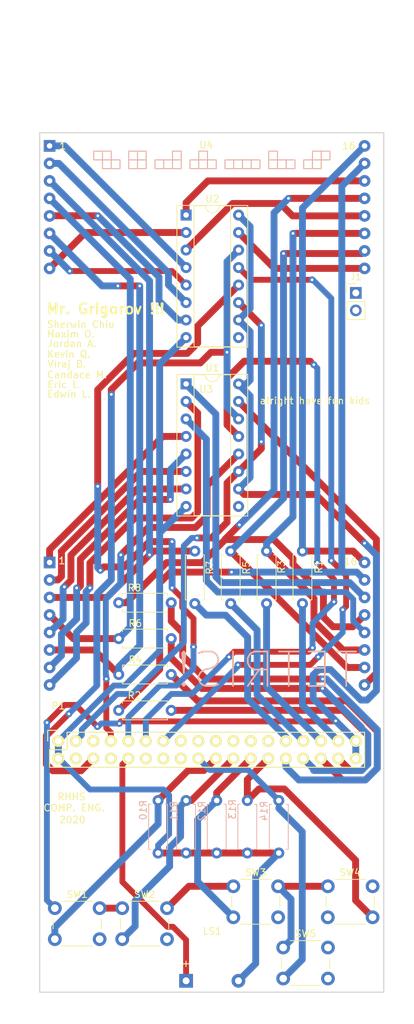
<source format=kicad_pcb>
(kicad_pcb (version 20171130) (host pcbnew "(5.1.0)-1")

  (general
    (thickness 1.6)
    (drawings 99)
    (tracks 524)
    (zones 0)
    (modules 25)
    (nets 63)
  )

  (page A4)
  (layers
    (0 F.Cu signal)
    (31 B.Cu signal)
    (32 B.Adhes user hide)
    (33 F.Adhes user hide)
    (34 B.Paste user hide)
    (35 F.Paste user hide)
    (36 B.SilkS user hide)
    (37 F.SilkS user hide)
    (38 B.Mask user hide)
    (39 F.Mask user hide)
    (40 Dwgs.User user hide)
    (41 Cmts.User user hide)
    (42 Eco1.User user hide)
    (43 Eco2.User user hide)
    (44 Edge.Cuts user)
    (45 Margin user hide)
    (46 B.CrtYd user hide)
    (47 F.CrtYd user hide)
    (48 B.Fab user hide)
    (49 F.Fab user hide)
  )

  (setup
    (last_trace_width 0.85)
    (user_trace_width 0.35)
    (user_trace_width 0.6)
    (user_trace_width 1)
    (trace_clearance 0.375)
    (zone_clearance 0.508)
    (zone_45_only no)
    (trace_min 0.2)
    (via_size 1)
    (via_drill 0.4)
    (via_min_size 0.4)
    (via_min_drill 0.3)
    (uvia_size 0.3)
    (uvia_drill 0.1)
    (uvias_allowed no)
    (uvia_min_size 0.2)
    (uvia_min_drill 0.1)
    (edge_width 0.15)
    (segment_width 0.15)
    (pcb_text_width 0.3)
    (pcb_text_size 1.5 1.5)
    (mod_edge_width 0.15)
    (mod_text_size 1 1)
    (mod_text_width 0.15)
    (pad_size 1.524 1.524)
    (pad_drill 0.762)
    (pad_to_mask_clearance 0)
    (aux_axis_origin 0 0)
    (visible_elements 7FFFFBFF)
    (pcbplotparams
      (layerselection 0x010f0_ffffffff)
      (usegerberextensions false)
      (usegerberattributes false)
      (usegerberadvancedattributes false)
      (creategerberjobfile false)
      (excludeedgelayer true)
      (linewidth 0.100000)
      (plotframeref false)
      (viasonmask false)
      (mode 1)
      (useauxorigin false)
      (hpglpennumber 1)
      (hpglpenspeed 20)
      (hpglpendiameter 15.000000)
      (psnegative false)
      (psa4output false)
      (plotreference true)
      (plotvalue true)
      (plotinvisibletext false)
      (padsonsilk false)
      (subtractmaskfromsilk false)
      (outputformat 1)
      (mirror false)
      (drillshape 0)
      (scaleselection 1)
      (outputdirectory ""))
  )

  (net 0 "")
  (net 1 "/53(SS1)")
  (net 2 "/51(MOSI)")
  (net 3 "Net-(R1-Pad1)")
  (net 4 "Net-(R2-Pad1)")
  (net 5 "Net-(R3-Pad1)")
  (net 6 "Net-(R4-Pad1)")
  (net 7 "Net-(R5-Pad1)")
  (net 8 "Net-(R6-Pad1)")
  (net 9 "Net-(R7-Pad1)")
  (net 10 "Net-(R8-Pad1)")
  (net 11 "Net-(U1-Pad1)")
  (net 12 "Net-(U1-Pad2)")
  (net 13 "Net-(U1-Pad3)")
  (net 14 "Net-(U1-Pad4)")
  (net 15 "Net-(U1-Pad5)")
  (net 16 "Net-(U1-Pad6)")
  (net 17 "Net-(U1-Pad7)")
  (net 18 "Net-(U1-Pad15)")
  (net 19 "Net-(U2-Pad15)")
  (net 20 "Net-(U2-Pad7)")
  (net 21 "Net-(U2-Pad6)")
  (net 22 "Net-(U2-Pad5)")
  (net 23 "Net-(U2-Pad4)")
  (net 24 "Net-(U2-Pad3)")
  (net 25 "Net-(U2-Pad2)")
  (net 26 "Net-(U2-Pad1)")
  (net 27 Q5)
  (net 28 Q3)
  (net 29 Q8)
  (net 30 Q2)
  (net 31 Q1)
  (net 32 Q7)
  (net 33 Q6)
  (net 34 Q4)
  (net 35 IN5)
  (net 36 IN4)
  (net 37 IN3)
  (net 38 IN2)
  (net 39 IN1)
  (net 40 SPK)
  (net 41 SS2)
  (net 42 /43)
  (net 43 OE45)
  (net 44 /41)
  (net 45 OE47)
  (net 46 /36)
  (net 47 /34)
  (net 48 /32)
  (net 49 /30)
  (net 50 "Net-(U1-Pad9)")
  (net 51 "Net-(U2-Pad9)")
  (net 52 "Net-(J1-Pad1)")
  (net 53 "Net-(J1-Pad2)")
  (net 54 "Net-(P1-Pad3)")
  (net 55 "Net-(P1-Pad5)")
  (net 56 /40)
  (net 57 /38)
  (net 58 /45)
  (net 59 "Net-(P1-Pad8)")
  (net 60 "Net-(LS1-Pad2)")
  (net 61 "Net-(P1-Pad35)")
  (net 62 SS1)

  (net_class Default "This is the default net class."
    (clearance 0.375)
    (trace_width 0.85)
    (via_dia 1)
    (via_drill 0.4)
    (uvia_dia 0.3)
    (uvia_drill 0.1)
    (add_net /30)
    (add_net /32)
    (add_net /34)
    (add_net /36)
    (add_net /38)
    (add_net /40)
    (add_net /41)
    (add_net /43)
    (add_net /45)
    (add_net "/51(MOSI)")
    (add_net "/53(SS1)")
    (add_net IN1)
    (add_net IN2)
    (add_net IN3)
    (add_net IN4)
    (add_net IN5)
    (add_net "Net-(J1-Pad1)")
    (add_net "Net-(J1-Pad2)")
    (add_net "Net-(LS1-Pad2)")
    (add_net "Net-(P1-Pad3)")
    (add_net "Net-(P1-Pad35)")
    (add_net "Net-(P1-Pad5)")
    (add_net "Net-(P1-Pad8)")
    (add_net "Net-(U1-Pad1)")
    (add_net "Net-(U1-Pad15)")
    (add_net "Net-(U1-Pad2)")
    (add_net "Net-(U1-Pad3)")
    (add_net "Net-(U1-Pad4)")
    (add_net "Net-(U1-Pad5)")
    (add_net "Net-(U1-Pad6)")
    (add_net "Net-(U1-Pad7)")
    (add_net "Net-(U1-Pad9)")
    (add_net "Net-(U2-Pad1)")
    (add_net "Net-(U2-Pad15)")
    (add_net "Net-(U2-Pad2)")
    (add_net "Net-(U2-Pad3)")
    (add_net "Net-(U2-Pad4)")
    (add_net "Net-(U2-Pad5)")
    (add_net "Net-(U2-Pad6)")
    (add_net "Net-(U2-Pad7)")
    (add_net "Net-(U2-Pad9)")
    (add_net OE45)
    (add_net OE47)
    (add_net SPK)
    (add_net SS1)
    (add_net SS2)
  )

  (net_class Column ""
    (clearance 0.375)
    (trace_width 1)
    (via_dia 0.9)
    (via_drill 0.4)
    (uvia_dia 0.3)
    (uvia_drill 0.2)
    (add_net "Net-(R1-Pad1)")
    (add_net "Net-(R2-Pad1)")
    (add_net "Net-(R3-Pad1)")
    (add_net "Net-(R4-Pad1)")
    (add_net "Net-(R5-Pad1)")
    (add_net "Net-(R6-Pad1)")
    (add_net "Net-(R7-Pad1)")
    (add_net "Net-(R8-Pad1)")
    (add_net Q1)
    (add_net Q2)
    (add_net Q3)
    (add_net Q4)
    (add_net Q5)
    (add_net Q6)
    (add_net Q7)
    (add_net Q8)
  )

  (module Buzzer_Beeper:Buzzer_12x9.5RM7.6 (layer F.Cu) (tedit 5DF13217) (tstamp 5DED7F6D)
    (at 55.245 162.306)
    (descr "Generic Buzzer, D12mm height 9.5mm with RM7.6mm")
    (tags buzzer)
    (path /5DEF4DE8)
    (fp_text reference LS1 (at 3.8 -7.2) (layer F.SilkS)
      (effects (font (size 1 1) (thickness 0.15)))
    )
    (fp_text value Speaker (at 3.8 7.4) (layer F.Fab)
      (effects (font (size 1 1) (thickness 0.15)))
    )
    (fp_text user + (at -0.01 -2.54) (layer F.Fab)
      (effects (font (size 1 1) (thickness 0.15)))
    )
    (fp_text user + (at -0.01 -2.54) (layer F.SilkS)
      (effects (font (size 1 1) (thickness 0.15)))
    )
    (fp_text user %R (at 3.8 -4) (layer F.Fab)
      (effects (font (size 1 1) (thickness 0.15)))
    )
    (fp_circle (center 3.8 0) (end 10.05 0) (layer F.CrtYd) (width 0.05))
    (fp_circle (center 3.8 0) (end 9.8 0) (layer F.Fab) (width 0.1))
    (fp_circle (center 3.8 0) (end 4.8 0) (layer F.Fab) (width 0.1))
    (pad 1 thru_hole rect (at 0 0) (size 2 2) (drill 1) (layers *.Cu *.Mask)
      (net 40 SPK))
    (pad 2 thru_hole circle (at 7.6 0) (size 2 2) (drill 1) (layers *.Cu *.Mask)
      (net 60 "Net-(LS1-Pad2)"))
    (model ${KISYS3DMOD}/Buzzer_Beeper.3dshapes/Buzzer_12x9.5RM7.6.wrl
      (at (xyz 0 0 0))
      (scale (xyz 1 1 1))
      (rotate (xyz 0 0 0))
    )
  )

  (module LEDMatrixFootprint:LEDMatrix8x8 (layer F.Cu) (tedit 5DED1B91) (tstamp 5DED767A)
    (at 58.293 110.49)
    (descr "Through hole straight pin header, 1x08, 2.00mm pitch, single row")
    (tags "Through hole pin header THT 1x08 2.00mm single row")
    (path /5DECADD9)
    (fp_text reference U3 (at -0.127 -34.036) (layer F.SilkS)
      (effects (font (size 1 1) (thickness 0.15)))
    )
    (fp_text value LED8x8Matrix (at 0.127 34.544) (layer F.Fab)
      (effects (font (size 1 1) (thickness 0.15)))
    )
    (fp_line (start -30 -30) (end 30 -30) (layer Dwgs.User) (width 0.12))
    (fp_line (start -30 30) (end -30 -30) (layer Dwgs.User) (width 0.12))
    (fp_line (start 30 30) (end 30 -30) (layer Dwgs.User) (width 0.12))
    (fp_line (start -30 30) (end 30 30) (layer Dwgs.User) (width 0.12))
    (fp_text user 1 (at -21.082 -9.144) (layer F.SilkS)
      (effects (font (size 1 1) (thickness 0.15)))
    )
    (fp_line (start -23.868 -9.66) (end -23.368 -10.16) (layer F.Fab) (width 0.1))
    (fp_line (start -23.368 -10.16) (end -21.868 -10.16) (layer F.Fab) (width 0.1))
    (fp_line (start -21.86 9.906) (end -23.86 9.906) (layer F.Fab) (width 0.1))
    (fp_line (start -23.876 9.906) (end -23.876 -9.652) (layer F.Fab) (width 0.1))
    (fp_line (start -21.86 -10.16) (end -21.86 9.906) (layer F.Fab) (width 0.1))
    (fp_text user 16 (at 20.828 -9.017) (layer F.SilkS)
      (effects (font (size 1 1) (thickness 0.15)))
    )
    (fp_line (start 21.844 -10.16) (end 23.852 -10.16) (layer F.Fab) (width 0.1))
    (fp_line (start 23.86 -10.16) (end 23.86 9.906) (layer F.Fab) (width 0.1))
    (fp_line (start 23.86 9.906) (end 21.86 9.906) (layer F.Fab) (width 0.1))
    (fp_line (start 21.844 9.906) (end 21.844 -10.16) (layer F.Fab) (width 0.1))
    (pad 8 thru_hole oval (at -22.86 8.89) (size 1.7 1.7) (drill 0.8) (layers *.Cu *.Mask)
      (net 12 "Net-(U1-Pad2)"))
    (pad 3 thru_hole oval (at -22.86 -3.81) (size 1.7 1.7) (drill 0.8) (layers *.Cu *.Mask)
      (net 9 "Net-(R7-Pad1)"))
    (pad 6 thru_hole oval (at -22.86 3.81) (size 1.7 1.7) (drill 0.8) (layers *.Cu *.Mask)
      (net 6 "Net-(R4-Pad1)"))
    (pad 2 thru_hole oval (at -22.86 -6.35) (size 1.7 1.7) (drill 0.8) (layers *.Cu *.Mask)
      (net 16 "Net-(U1-Pad6)"))
    (pad 1 thru_hole rect (at -22.86 -8.89) (size 1.7 1.7) (drill 0.8) (layers *.Cu *.Mask)
      (net 14 "Net-(U1-Pad4)"))
    (pad 4 thru_hole oval (at -22.86 -1.27) (size 1.7 1.7) (drill 0.8) (layers *.Cu *.Mask)
      (net 8 "Net-(R6-Pad1)"))
    (pad 7 thru_hole oval (at -22.86 6.35) (size 1.7 1.7) (drill 0.8) (layers *.Cu *.Mask)
      (net 15 "Net-(U1-Pad5)"))
    (pad 5 thru_hole oval (at -22.86 1.27) (size 1.7 1.7) (drill 0.8) (layers *.Cu *.Mask)
      (net 17 "Net-(U1-Pad7)"))
    (pad 14 thru_hole oval (at 22.86 -3.81) (size 1.7 1.7) (drill 0.8) (layers *.Cu *.Mask)
      (net 11 "Net-(U1-Pad1)"))
    (pad 11 thru_hole oval (at 22.86 3.81) (size 1.7 1.7) (drill 0.8) (layers *.Cu *.Mask)
      (net 5 "Net-(R3-Pad1)"))
    (pad 15 thru_hole oval (at 22.86 -6.35) (size 1.7 1.7) (drill 0.8) (layers *.Cu *.Mask)
      (net 4 "Net-(R2-Pad1)"))
    (pad 12 thru_hole oval (at 22.86 1.27) (size 1.7 1.7) (drill 0.8) (layers *.Cu *.Mask)
      (net 13 "Net-(U1-Pad3)"))
    (pad 13 thru_hole oval (at 22.86 -1.27) (size 1.7 1.7) (drill 0.8) (layers *.Cu *.Mask)
      (net 10 "Net-(R8-Pad1)"))
    (pad 10 thru_hole oval (at 22.86 6.35) (size 1.7 1.7) (drill 0.8) (layers *.Cu *.Mask)
      (net 7 "Net-(R5-Pad1)"))
    (pad 9 thru_hole oval (at 22.86 8.89) (size 1.7 1.7) (drill 0.8) (layers *.Cu *.Mask)
      (net 18 "Net-(U1-Pad15)"))
    (pad 16 thru_hole oval (at 22.86 -8.89) (size 1.7 1.7) (drill 0.8) (layers *.Cu *.Mask)
      (net 3 "Net-(R1-Pad1)"))
    (model ${KISYS3DMOD}/Connector_PinHeader_2.00mm.3dshapes/PinHeader_1x08_P2.00mm_Vertical.wrl
      (at (xyz 0 0 0))
      (scale (xyz 1 1 1))
      (rotate (xyz 0 0 0))
    )
  )

  (module Resistor_THT:R_Axial_DIN0207_L6.3mm_D2.5mm_P7.62mm_Horizontal (layer F.Cu) (tedit 5AE5139B) (tstamp 5DEB4D69)
    (at 56.515 99.949 270)
    (descr "Resistor, Axial_DIN0207 series, Axial, Horizontal, pin pitch=7.62mm, 0.25W = 1/4W, length*diameter=6.3*2.5mm^2, http://cdn-reichelt.de/documents/datenblatt/B400/1_4W%23YAG.pdf")
    (tags "Resistor Axial_DIN0207 series Axial Horizontal pin pitch 7.62mm 0.25W = 1/4W length 6.3mm diameter 2.5mm")
    (path /5DFA15C3)
    (fp_text reference R7 (at 2.413 -2.159 90) (layer F.SilkS)
      (effects (font (size 1 1) (thickness 0.15)))
    )
    (fp_text value R100 (at 6.096 -2.159 90) (layer F.Fab)
      (effects (font (size 1 1) (thickness 0.15)))
    )
    (fp_text user %R (at 3.81 0 90) (layer F.Fab)
      (effects (font (size 1 1) (thickness 0.15)))
    )
    (fp_line (start 8.67 -1.5) (end -1.05 -1.5) (layer F.CrtYd) (width 0.05))
    (fp_line (start 8.67 1.5) (end 8.67 -1.5) (layer F.CrtYd) (width 0.05))
    (fp_line (start -1.05 1.5) (end 8.67 1.5) (layer F.CrtYd) (width 0.05))
    (fp_line (start -1.05 -1.5) (end -1.05 1.5) (layer F.CrtYd) (width 0.05))
    (fp_line (start 7.08 1.37) (end 7.08 1.04) (layer F.SilkS) (width 0.12))
    (fp_line (start 0.54 1.37) (end 7.08 1.37) (layer F.SilkS) (width 0.12))
    (fp_line (start 0.54 1.04) (end 0.54 1.37) (layer F.SilkS) (width 0.12))
    (fp_line (start 7.08 -1.37) (end 7.08 -1.04) (layer F.SilkS) (width 0.12))
    (fp_line (start 0.54 -1.37) (end 7.08 -1.37) (layer F.SilkS) (width 0.12))
    (fp_line (start 0.54 -1.04) (end 0.54 -1.37) (layer F.SilkS) (width 0.12))
    (fp_line (start 7.62 0) (end 6.96 0) (layer F.Fab) (width 0.1))
    (fp_line (start 0 0) (end 0.66 0) (layer F.Fab) (width 0.1))
    (fp_line (start 6.96 -1.25) (end 0.66 -1.25) (layer F.Fab) (width 0.1))
    (fp_line (start 6.96 1.25) (end 6.96 -1.25) (layer F.Fab) (width 0.1))
    (fp_line (start 0.66 1.25) (end 6.96 1.25) (layer F.Fab) (width 0.1))
    (fp_line (start 0.66 -1.25) (end 0.66 1.25) (layer F.Fab) (width 0.1))
    (pad 2 thru_hole oval (at 7.62 0 270) (size 1.6 1.6) (drill 0.8) (layers *.Cu *.Mask)
      (net 32 Q7))
    (pad 1 thru_hole circle (at 0 0 270) (size 1.6 1.6) (drill 0.8) (layers *.Cu *.Mask)
      (net 9 "Net-(R7-Pad1)"))
    (model ${KISYS3DMOD}/Resistor_THT.3dshapes/R_Axial_DIN0207_L6.3mm_D2.5mm_P7.62mm_Horizontal.wrl
      (at (xyz 0 0 0))
      (scale (xyz 1 1 1))
      (rotate (xyz 0 0 0))
    )
  )

  (module Socket_Arduino_Mega:Socket_Strip_Arduino_2x18 (layer F.Cu) (tedit 5519A013) (tstamp 5DEB4CC8)
    (at 36.703 127.508)
    (descr "Through hole socket strip")
    (tags "socket strip")
    (path /56D743B5)
    (fp_text reference P1 (at 0 -5.1 180) (layer F.SilkS)
      (effects (font (size 1 1) (thickness 0.15)))
    )
    (fp_text value Digital (at 0 -3.1 180) (layer F.Fab)
      (effects (font (size 1 1) (thickness 0.15)))
    )
    (fp_line (start -1.75 -1.75) (end -1.75 4.3) (layer F.CrtYd) (width 0.05))
    (fp_line (start 44.95 -1.75) (end 44.95 4.3) (layer F.CrtYd) (width 0.05))
    (fp_line (start -1.75 -1.75) (end 44.95 -1.75) (layer F.CrtYd) (width 0.05))
    (fp_line (start -1.75 4.3) (end 44.95 4.3) (layer F.CrtYd) (width 0.05))
    (fp_line (start -1.27 3.81) (end 44.45 3.81) (layer F.SilkS) (width 0.15))
    (fp_line (start 44.45 -1.27) (end 1.27 -1.27) (layer F.SilkS) (width 0.15))
    (fp_line (start 44.45 3.81) (end 44.45 -1.27) (layer F.SilkS) (width 0.15))
    (fp_line (start -1.27 3.81) (end -1.27 1.27) (layer F.SilkS) (width 0.15))
    (fp_line (start 0 -1.55) (end -1.55 -1.55) (layer F.SilkS) (width 0.15))
    (fp_line (start -1.27 1.27) (end 1.27 1.27) (layer F.SilkS) (width 0.15))
    (fp_line (start 1.27 1.27) (end 1.27 -1.27) (layer F.SilkS) (width 0.15))
    (fp_line (start -1.55 -1.55) (end -1.55 0) (layer F.SilkS) (width 0.15))
    (pad 1 thru_hole circle (at 0 0) (size 1.7272 1.7272) (drill 1.016) (layers *.Cu *.Mask F.SilkS)
      (net 60 "Net-(LS1-Pad2)"))
    (pad 2 thru_hole oval (at 0 2.54) (size 1.7272 1.7272) (drill 1.016) (layers *.Cu *.Mask F.SilkS)
      (net 60 "Net-(LS1-Pad2)"))
    (pad 3 thru_hole oval (at 2.54 0) (size 1.7272 1.7272) (drill 1.016) (layers *.Cu *.Mask F.SilkS)
      (net 54 "Net-(P1-Pad3)"))
    (pad 4 thru_hole oval (at 2.54 2.54) (size 1.7272 1.7272) (drill 1.016) (layers *.Cu *.Mask F.SilkS)
      (net 1 "/53(SS1)"))
    (pad 5 thru_hole oval (at 5.08 0) (size 1.7272 1.7272) (drill 1.016) (layers *.Cu *.Mask F.SilkS)
      (net 55 "Net-(P1-Pad5)"))
    (pad 6 thru_hole oval (at 5.08 2.54) (size 1.7272 1.7272) (drill 1.016) (layers *.Cu *.Mask F.SilkS)
      (net 2 "/51(MOSI)"))
    (pad 7 thru_hole oval (at 7.62 0) (size 1.7272 1.7272) (drill 1.016) (layers *.Cu *.Mask F.SilkS)
      (net 62 SS1))
    (pad 8 thru_hole oval (at 7.62 2.54) (size 1.7272 1.7272) (drill 1.016) (layers *.Cu *.Mask F.SilkS)
      (net 59 "Net-(P1-Pad8)"))
    (pad 9 thru_hole oval (at 10.16 0) (size 1.7272 1.7272) (drill 1.016) (layers *.Cu *.Mask F.SilkS)
      (net 41 SS2))
    (pad 10 thru_hole oval (at 10.16 2.54) (size 1.7272 1.7272) (drill 1.016) (layers *.Cu *.Mask F.SilkS)
      (net 40 SPK))
    (pad 11 thru_hole oval (at 12.7 0) (size 1.7272 1.7272) (drill 1.016) (layers *.Cu *.Mask F.SilkS)
      (net 43 OE45))
    (pad 12 thru_hole oval (at 12.7 2.54) (size 1.7272 1.7272) (drill 1.016) (layers *.Cu *.Mask F.SilkS)
      (net 58 /45))
    (pad 13 thru_hole oval (at 15.24 0) (size 1.7272 1.7272) (drill 1.016) (layers *.Cu *.Mask F.SilkS)
      (net 45 OE47))
    (pad 14 thru_hole oval (at 15.24 2.54) (size 1.7272 1.7272) (drill 1.016) (layers *.Cu *.Mask F.SilkS)
      (net 42 /43))
    (pad 15 thru_hole oval (at 17.78 0) (size 1.7272 1.7272) (drill 1.016) (layers *.Cu *.Mask F.SilkS)
      (net 56 /40))
    (pad 16 thru_hole oval (at 17.78 2.54) (size 1.7272 1.7272) (drill 1.016) (layers *.Cu *.Mask F.SilkS)
      (net 44 /41))
    (pad 17 thru_hole oval (at 20.32 0) (size 1.7272 1.7272) (drill 1.016) (layers *.Cu *.Mask F.SilkS)
      (net 57 /38))
    (pad 18 thru_hole oval (at 20.32 2.54) (size 1.7272 1.7272) (drill 1.016) (layers *.Cu *.Mask F.SilkS)
      (net 35 IN5))
    (pad 19 thru_hole oval (at 22.86 0) (size 1.7272 1.7272) (drill 1.016) (layers *.Cu *.Mask F.SilkS)
      (net 46 /36))
    (pad 20 thru_hole oval (at 22.86 2.54) (size 1.7272 1.7272) (drill 1.016) (layers *.Cu *.Mask F.SilkS)
      (net 39 IN1))
    (pad 21 thru_hole oval (at 25.4 0) (size 1.7272 1.7272) (drill 1.016) (layers *.Cu *.Mask F.SilkS)
      (net 47 /34))
    (pad 22 thru_hole oval (at 25.4 2.54) (size 1.7272 1.7272) (drill 1.016) (layers *.Cu *.Mask F.SilkS)
      (net 38 IN2))
    (pad 23 thru_hole oval (at 27.94 0) (size 1.7272 1.7272) (drill 1.016) (layers *.Cu *.Mask F.SilkS)
      (net 48 /32))
    (pad 24 thru_hole oval (at 27.94 2.54) (size 1.7272 1.7272) (drill 1.016) (layers *.Cu *.Mask F.SilkS)
      (net 37 IN3))
    (pad 25 thru_hole oval (at 30.48 0) (size 1.7272 1.7272) (drill 1.016) (layers *.Cu *.Mask F.SilkS)
      (net 49 /30))
    (pad 26 thru_hole oval (at 30.48 2.54) (size 1.7272 1.7272) (drill 1.016) (layers *.Cu *.Mask F.SilkS)
      (net 36 IN4))
    (pad 27 thru_hole oval (at 33.02 0) (size 1.7272 1.7272) (drill 1.016) (layers *.Cu *.Mask F.SilkS)
      (net 32 Q7))
    (pad 28 thru_hole oval (at 33.02 2.54) (size 1.7272 1.7272) (drill 1.016) (layers *.Cu *.Mask F.SilkS)
      (net 29 Q8))
    (pad 29 thru_hole oval (at 35.56 0) (size 1.7272 1.7272) (drill 1.016) (layers *.Cu *.Mask F.SilkS)
      (net 27 Q5))
    (pad 30 thru_hole oval (at 35.56 2.54) (size 1.7272 1.7272) (drill 1.016) (layers *.Cu *.Mask F.SilkS)
      (net 33 Q6))
    (pad 31 thru_hole oval (at 38.1 0) (size 1.7272 1.7272) (drill 1.016) (layers *.Cu *.Mask F.SilkS)
      (net 28 Q3))
    (pad 32 thru_hole oval (at 38.1 2.54) (size 1.7272 1.7272) (drill 1.016) (layers *.Cu *.Mask F.SilkS)
      (net 34 Q4))
    (pad 33 thru_hole oval (at 40.64 0) (size 1.7272 1.7272) (drill 1.016) (layers *.Cu *.Mask F.SilkS)
      (net 31 Q1))
    (pad 34 thru_hole oval (at 40.64 2.54) (size 1.7272 1.7272) (drill 1.016) (layers *.Cu *.Mask F.SilkS)
      (net 30 Q2))
    (pad 35 thru_hole oval (at 43.18 0) (size 1.7272 1.7272) (drill 1.016) (layers *.Cu *.Mask F.SilkS)
      (net 61 "Net-(P1-Pad35)"))
    (pad 36 thru_hole oval (at 43.18 2.54) (size 1.7272 1.7272) (drill 1.016) (layers *.Cu *.Mask F.SilkS)
      (net 61 "Net-(P1-Pad35)"))
    (model ${KIPRJMOD}/Socket_Arduino_Mega.3dshapes/Socket_header_Arduino_2x18.wrl
      (offset (xyz 21.58999967575073 -1.269999980926514 0))
      (scale (xyz 1 1 1))
      (rotate (xyz 0 0 180))
    )
  )

  (module Resistor_THT:R_Axial_DIN0207_L6.3mm_D2.5mm_P7.62mm_Horizontal (layer F.Cu) (tedit 5AE5139B) (tstamp 5DEB4CDF)
    (at 72.136 99.949 270)
    (descr "Resistor, Axial_DIN0207 series, Axial, Horizontal, pin pitch=7.62mm, 0.25W = 1/4W, length*diameter=6.3*2.5mm^2, http://cdn-reichelt.de/documents/datenblatt/B400/1_4W%23YAG.pdf")
    (tags "Resistor Axial_DIN0207 series Axial Horizontal pin pitch 7.62mm 0.25W = 1/4W length 6.3mm diameter 2.5mm")
    (path /5DF02DCD)
    (fp_text reference R1 (at 2.286 -2.37 90) (layer F.SilkS)
      (effects (font (size 1 1) (thickness 0.15)))
    )
    (fp_text value R100 (at 6.096 -2.286 90) (layer F.Fab)
      (effects (font (size 1 1) (thickness 0.15)))
    )
    (fp_line (start 0.66 -1.25) (end 0.66 1.25) (layer F.Fab) (width 0.1))
    (fp_line (start 0.66 1.25) (end 6.96 1.25) (layer F.Fab) (width 0.1))
    (fp_line (start 6.96 1.25) (end 6.96 -1.25) (layer F.Fab) (width 0.1))
    (fp_line (start 6.96 -1.25) (end 0.66 -1.25) (layer F.Fab) (width 0.1))
    (fp_line (start 0 0) (end 0.66 0) (layer F.Fab) (width 0.1))
    (fp_line (start 7.62 0) (end 6.96 0) (layer F.Fab) (width 0.1))
    (fp_line (start 0.54 -1.04) (end 0.54 -1.37) (layer F.SilkS) (width 0.12))
    (fp_line (start 0.54 -1.37) (end 7.08 -1.37) (layer F.SilkS) (width 0.12))
    (fp_line (start 7.08 -1.37) (end 7.08 -1.04) (layer F.SilkS) (width 0.12))
    (fp_line (start 0.54 1.04) (end 0.54 1.37) (layer F.SilkS) (width 0.12))
    (fp_line (start 0.54 1.37) (end 7.08 1.37) (layer F.SilkS) (width 0.12))
    (fp_line (start 7.08 1.37) (end 7.08 1.04) (layer F.SilkS) (width 0.12))
    (fp_line (start -1.05 -1.5) (end -1.05 1.5) (layer F.CrtYd) (width 0.05))
    (fp_line (start -1.05 1.5) (end 8.67 1.5) (layer F.CrtYd) (width 0.05))
    (fp_line (start 8.67 1.5) (end 8.67 -1.5) (layer F.CrtYd) (width 0.05))
    (fp_line (start 8.67 -1.5) (end -1.05 -1.5) (layer F.CrtYd) (width 0.05))
    (fp_text user %R (at 3.81 0 90) (layer F.Fab)
      (effects (font (size 1 1) (thickness 0.15)))
    )
    (pad 1 thru_hole circle (at 0 0 270) (size 1.6 1.6) (drill 0.8) (layers *.Cu *.Mask)
      (net 3 "Net-(R1-Pad1)"))
    (pad 2 thru_hole oval (at 7.62 0 270) (size 1.6 1.6) (drill 0.8) (layers *.Cu *.Mask)
      (net 31 Q1))
    (model ${KISYS3DMOD}/Resistor_THT.3dshapes/R_Axial_DIN0207_L6.3mm_D2.5mm_P7.62mm_Horizontal.wrl
      (at (xyz 0 0 0))
      (scale (xyz 1 1 1))
      (rotate (xyz 0 0 0))
    )
  )

  (module Resistor_THT:R_Axial_DIN0207_L6.3mm_D2.5mm_P7.62mm_Horizontal (layer F.Cu) (tedit 5AE5139B) (tstamp 5DEB4CF6)
    (at 45.466 123.063)
    (descr "Resistor, Axial_DIN0207 series, Axial, Horizontal, pin pitch=7.62mm, 0.25W = 1/4W, length*diameter=6.3*2.5mm^2, http://cdn-reichelt.de/documents/datenblatt/B400/1_4W%23YAG.pdf")
    (tags "Resistor Axial_DIN0207 series Axial Horizontal pin pitch 7.62mm 0.25W = 1/4W length 6.3mm diameter 2.5mm")
    (path /5DF86757)
    (fp_text reference R2 (at 2.286 -2.159) (layer F.SilkS)
      (effects (font (size 1 1) (thickness 0.15)))
    )
    (fp_text value R100 (at 6.096 -2.159) (layer F.Fab)
      (effects (font (size 1 1) (thickness 0.15)))
    )
    (fp_text user %R (at 3.81 0) (layer F.Fab)
      (effects (font (size 1 1) (thickness 0.15)))
    )
    (fp_line (start 8.67 -1.5) (end -1.05 -1.5) (layer F.CrtYd) (width 0.05))
    (fp_line (start 8.67 1.5) (end 8.67 -1.5) (layer F.CrtYd) (width 0.05))
    (fp_line (start -1.05 1.5) (end 8.67 1.5) (layer F.CrtYd) (width 0.05))
    (fp_line (start -1.05 -1.5) (end -1.05 1.5) (layer F.CrtYd) (width 0.05))
    (fp_line (start 7.08 1.37) (end 7.08 1.04) (layer F.SilkS) (width 0.12))
    (fp_line (start 0.54 1.37) (end 7.08 1.37) (layer F.SilkS) (width 0.12))
    (fp_line (start 0.54 1.04) (end 0.54 1.37) (layer F.SilkS) (width 0.12))
    (fp_line (start 7.08 -1.37) (end 7.08 -1.04) (layer F.SilkS) (width 0.12))
    (fp_line (start 0.54 -1.37) (end 7.08 -1.37) (layer F.SilkS) (width 0.12))
    (fp_line (start 0.54 -1.04) (end 0.54 -1.37) (layer F.SilkS) (width 0.12))
    (fp_line (start 7.62 0) (end 6.96 0) (layer F.Fab) (width 0.1))
    (fp_line (start 0 0) (end 0.66 0) (layer F.Fab) (width 0.1))
    (fp_line (start 6.96 -1.25) (end 0.66 -1.25) (layer F.Fab) (width 0.1))
    (fp_line (start 6.96 1.25) (end 6.96 -1.25) (layer F.Fab) (width 0.1))
    (fp_line (start 0.66 1.25) (end 6.96 1.25) (layer F.Fab) (width 0.1))
    (fp_line (start 0.66 -1.25) (end 0.66 1.25) (layer F.Fab) (width 0.1))
    (pad 2 thru_hole oval (at 7.62 0) (size 1.6 1.6) (drill 0.8) (layers *.Cu *.Mask)
      (net 30 Q2))
    (pad 1 thru_hole circle (at 0 0) (size 1.6 1.6) (drill 0.8) (layers *.Cu *.Mask)
      (net 4 "Net-(R2-Pad1)"))
    (model ${KISYS3DMOD}/Resistor_THT.3dshapes/R_Axial_DIN0207_L6.3mm_D2.5mm_P7.62mm_Horizontal.wrl
      (at (xyz 0 0 0))
      (scale (xyz 1 1 1))
      (rotate (xyz 0 0 0))
    )
  )

  (module Resistor_THT:R_Axial_DIN0207_L6.3mm_D2.5mm_P7.62mm_Horizontal (layer F.Cu) (tedit 5AE5139B) (tstamp 5DEB4D0D)
    (at 66.929 99.949 270)
    (descr "Resistor, Axial_DIN0207 series, Axial, Horizontal, pin pitch=7.62mm, 0.25W = 1/4W, length*diameter=6.3*2.5mm^2, http://cdn-reichelt.de/documents/datenblatt/B400/1_4W%23YAG.pdf")
    (tags "Resistor Axial_DIN0207 series Axial Horizontal pin pitch 7.62mm 0.25W = 1/4W length 6.3mm diameter 2.5mm")
    (path /5DF8BD91)
    (fp_text reference R3 (at 2.286 -2.159 90) (layer F.SilkS)
      (effects (font (size 1 1) (thickness 0.15)))
    )
    (fp_text value R100 (at 6.096 -2.159 90) (layer F.Fab)
      (effects (font (size 1 1) (thickness 0.15)))
    )
    (fp_text user %R (at 3.81 0 90) (layer F.Fab)
      (effects (font (size 1 1) (thickness 0.15)))
    )
    (fp_line (start 8.67 -1.5) (end -1.05 -1.5) (layer F.CrtYd) (width 0.05))
    (fp_line (start 8.67 1.5) (end 8.67 -1.5) (layer F.CrtYd) (width 0.05))
    (fp_line (start -1.05 1.5) (end 8.67 1.5) (layer F.CrtYd) (width 0.05))
    (fp_line (start -1.05 -1.5) (end -1.05 1.5) (layer F.CrtYd) (width 0.05))
    (fp_line (start 7.08 1.37) (end 7.08 1.04) (layer F.SilkS) (width 0.12))
    (fp_line (start 0.54 1.37) (end 7.08 1.37) (layer F.SilkS) (width 0.12))
    (fp_line (start 0.54 1.04) (end 0.54 1.37) (layer F.SilkS) (width 0.12))
    (fp_line (start 7.08 -1.37) (end 7.08 -1.04) (layer F.SilkS) (width 0.12))
    (fp_line (start 0.54 -1.37) (end 7.08 -1.37) (layer F.SilkS) (width 0.12))
    (fp_line (start 0.54 -1.04) (end 0.54 -1.37) (layer F.SilkS) (width 0.12))
    (fp_line (start 7.62 0) (end 6.96 0) (layer F.Fab) (width 0.1))
    (fp_line (start 0 0) (end 0.66 0) (layer F.Fab) (width 0.1))
    (fp_line (start 6.96 -1.25) (end 0.66 -1.25) (layer F.Fab) (width 0.1))
    (fp_line (start 6.96 1.25) (end 6.96 -1.25) (layer F.Fab) (width 0.1))
    (fp_line (start 0.66 1.25) (end 6.96 1.25) (layer F.Fab) (width 0.1))
    (fp_line (start 0.66 -1.25) (end 0.66 1.25) (layer F.Fab) (width 0.1))
    (pad 2 thru_hole oval (at 7.62 0 270) (size 1.6 1.6) (drill 0.8) (layers *.Cu *.Mask)
      (net 28 Q3))
    (pad 1 thru_hole circle (at 0 0 270) (size 1.6 1.6) (drill 0.8) (layers *.Cu *.Mask)
      (net 5 "Net-(R3-Pad1)"))
    (model ${KISYS3DMOD}/Resistor_THT.3dshapes/R_Axial_DIN0207_L6.3mm_D2.5mm_P7.62mm_Horizontal.wrl
      (at (xyz 0 0 0))
      (scale (xyz 1 1 1))
      (rotate (xyz 0 0 0))
    )
  )

  (module Resistor_THT:R_Axial_DIN0207_L6.3mm_D2.5mm_P7.62mm_Horizontal (layer F.Cu) (tedit 5AE5139B) (tstamp 5DEB4D24)
    (at 45.466 117.856)
    (descr "Resistor, Axial_DIN0207 series, Axial, Horizontal, pin pitch=7.62mm, 0.25W = 1/4W, length*diameter=6.3*2.5mm^2, http://cdn-reichelt.de/documents/datenblatt/B400/1_4W%23YAG.pdf")
    (tags "Resistor Axial_DIN0207 series Axial Horizontal pin pitch 7.62mm 0.25W = 1/4W length 6.3mm diameter 2.5mm")
    (path /5DF9150E)
    (fp_text reference R4 (at 2.413 -2.148001) (layer F.SilkS)
      (effects (font (size 1 1) (thickness 0.15)))
    )
    (fp_text value R100 (at 6.096 -2.159) (layer F.Fab)
      (effects (font (size 1 1) (thickness 0.15)))
    )
    (fp_text user %R (at 3.81 0) (layer F.Fab)
      (effects (font (size 1 1) (thickness 0.15)))
    )
    (fp_line (start 8.67 -1.5) (end -1.05 -1.5) (layer F.CrtYd) (width 0.05))
    (fp_line (start 8.67 1.5) (end 8.67 -1.5) (layer F.CrtYd) (width 0.05))
    (fp_line (start -1.05 1.5) (end 8.67 1.5) (layer F.CrtYd) (width 0.05))
    (fp_line (start -1.05 -1.5) (end -1.05 1.5) (layer F.CrtYd) (width 0.05))
    (fp_line (start 7.08 1.37) (end 7.08 1.04) (layer F.SilkS) (width 0.12))
    (fp_line (start 0.54 1.37) (end 7.08 1.37) (layer F.SilkS) (width 0.12))
    (fp_line (start 0.54 1.04) (end 0.54 1.37) (layer F.SilkS) (width 0.12))
    (fp_line (start 7.08 -1.37) (end 7.08 -1.04) (layer F.SilkS) (width 0.12))
    (fp_line (start 0.54 -1.37) (end 7.08 -1.37) (layer F.SilkS) (width 0.12))
    (fp_line (start 0.54 -1.04) (end 0.54 -1.37) (layer F.SilkS) (width 0.12))
    (fp_line (start 7.62 0) (end 6.96 0) (layer F.Fab) (width 0.1))
    (fp_line (start 0 0) (end 0.66 0) (layer F.Fab) (width 0.1))
    (fp_line (start 6.96 -1.25) (end 0.66 -1.25) (layer F.Fab) (width 0.1))
    (fp_line (start 6.96 1.25) (end 6.96 -1.25) (layer F.Fab) (width 0.1))
    (fp_line (start 0.66 1.25) (end 6.96 1.25) (layer F.Fab) (width 0.1))
    (fp_line (start 0.66 -1.25) (end 0.66 1.25) (layer F.Fab) (width 0.1))
    (pad 2 thru_hole oval (at 7.62 0) (size 1.6 1.6) (drill 0.8) (layers *.Cu *.Mask)
      (net 34 Q4))
    (pad 1 thru_hole circle (at 0 0) (size 1.6 1.6) (drill 0.8) (layers *.Cu *.Mask)
      (net 6 "Net-(R4-Pad1)"))
    (model ${KISYS3DMOD}/Resistor_THT.3dshapes/R_Axial_DIN0207_L6.3mm_D2.5mm_P7.62mm_Horizontal.wrl
      (at (xyz 0 0 0))
      (scale (xyz 1 1 1))
      (rotate (xyz 0 0 0))
    )
  )

  (module Resistor_THT:R_Axial_DIN0207_L6.3mm_D2.5mm_P7.62mm_Horizontal (layer F.Cu) (tedit 5AE5139B) (tstamp 5DEB4D3B)
    (at 61.722 99.949 270)
    (descr "Resistor, Axial_DIN0207 series, Axial, Horizontal, pin pitch=7.62mm, 0.25W = 1/4W, length*diameter=6.3*2.5mm^2, http://cdn-reichelt.de/documents/datenblatt/B400/1_4W%23YAG.pdf")
    (tags "Resistor Axial_DIN0207 series Axial Horizontal pin pitch 7.62mm 0.25W = 1/4W length 6.3mm diameter 2.5mm")
    (path /5DF96B98)
    (fp_text reference R5 (at 2.413 -2.286 90) (layer F.SilkS)
      (effects (font (size 1 1) (thickness 0.15)))
    )
    (fp_text value R100 (at 6.096 -2.159 90) (layer F.Fab)
      (effects (font (size 1 1) (thickness 0.15)))
    )
    (fp_line (start 0.66 -1.25) (end 0.66 1.25) (layer F.Fab) (width 0.1))
    (fp_line (start 0.66 1.25) (end 6.96 1.25) (layer F.Fab) (width 0.1))
    (fp_line (start 6.96 1.25) (end 6.96 -1.25) (layer F.Fab) (width 0.1))
    (fp_line (start 6.96 -1.25) (end 0.66 -1.25) (layer F.Fab) (width 0.1))
    (fp_line (start 0 0) (end 0.66 0) (layer F.Fab) (width 0.1))
    (fp_line (start 7.62 0) (end 6.96 0) (layer F.Fab) (width 0.1))
    (fp_line (start 0.54 -1.04) (end 0.54 -1.37) (layer F.SilkS) (width 0.12))
    (fp_line (start 0.54 -1.37) (end 7.08 -1.37) (layer F.SilkS) (width 0.12))
    (fp_line (start 7.08 -1.37) (end 7.08 -1.04) (layer F.SilkS) (width 0.12))
    (fp_line (start 0.54 1.04) (end 0.54 1.37) (layer F.SilkS) (width 0.12))
    (fp_line (start 0.54 1.37) (end 7.08 1.37) (layer F.SilkS) (width 0.12))
    (fp_line (start 7.08 1.37) (end 7.08 1.04) (layer F.SilkS) (width 0.12))
    (fp_line (start -1.05 -1.5) (end -1.05 1.5) (layer F.CrtYd) (width 0.05))
    (fp_line (start -1.05 1.5) (end 8.67 1.5) (layer F.CrtYd) (width 0.05))
    (fp_line (start 8.67 1.5) (end 8.67 -1.5) (layer F.CrtYd) (width 0.05))
    (fp_line (start 8.67 -1.5) (end -1.05 -1.5) (layer F.CrtYd) (width 0.05))
    (fp_text user %R (at 3.81 0 90) (layer F.Fab)
      (effects (font (size 1 1) (thickness 0.15)))
    )
    (pad 1 thru_hole circle (at 0 0 270) (size 1.6 1.6) (drill 0.8) (layers *.Cu *.Mask)
      (net 7 "Net-(R5-Pad1)"))
    (pad 2 thru_hole oval (at 7.62 0 270) (size 1.6 1.6) (drill 0.8) (layers *.Cu *.Mask)
      (net 27 Q5))
    (model ${KISYS3DMOD}/Resistor_THT.3dshapes/R_Axial_DIN0207_L6.3mm_D2.5mm_P7.62mm_Horizontal.wrl
      (at (xyz 0 0 0))
      (scale (xyz 1 1 1))
      (rotate (xyz 0 0 0))
    )
  )

  (module Resistor_THT:R_Axial_DIN0207_L6.3mm_D2.5mm_P7.62mm_Horizontal (layer F.Cu) (tedit 5AE5139B) (tstamp 5DEB4D52)
    (at 45.466 112.649)
    (descr "Resistor, Axial_DIN0207 series, Axial, Horizontal, pin pitch=7.62mm, 0.25W = 1/4W, length*diameter=6.3*2.5mm^2, http://cdn-reichelt.de/documents/datenblatt/B400/1_4W%23YAG.pdf")
    (tags "Resistor Axial_DIN0207 series Axial Horizontal pin pitch 7.62mm 0.25W = 1/4W length 6.3mm diameter 2.5mm")
    (path /5DF9C06C)
    (fp_text reference R6 (at 2.406999 -2.210001) (layer F.SilkS)
      (effects (font (size 1 1) (thickness 0.15)))
    )
    (fp_text value R100 (at 6.089999 -2.210001) (layer F.Fab)
      (effects (font (size 1 1) (thickness 0.15)))
    )
    (fp_text user %R (at 3.81 0) (layer F.Fab)
      (effects (font (size 1 1) (thickness 0.15)))
    )
    (fp_line (start 8.67 -1.5) (end -1.05 -1.5) (layer F.CrtYd) (width 0.05))
    (fp_line (start 8.67 1.5) (end 8.67 -1.5) (layer F.CrtYd) (width 0.05))
    (fp_line (start -1.05 1.5) (end 8.67 1.5) (layer F.CrtYd) (width 0.05))
    (fp_line (start -1.05 -1.5) (end -1.05 1.5) (layer F.CrtYd) (width 0.05))
    (fp_line (start 7.08 1.37) (end 7.08 1.04) (layer F.SilkS) (width 0.12))
    (fp_line (start 0.54 1.37) (end 7.08 1.37) (layer F.SilkS) (width 0.12))
    (fp_line (start 0.54 1.04) (end 0.54 1.37) (layer F.SilkS) (width 0.12))
    (fp_line (start 7.08 -1.37) (end 7.08 -1.04) (layer F.SilkS) (width 0.12))
    (fp_line (start 0.54 -1.37) (end 7.08 -1.37) (layer F.SilkS) (width 0.12))
    (fp_line (start 0.54 -1.04) (end 0.54 -1.37) (layer F.SilkS) (width 0.12))
    (fp_line (start 7.62 0) (end 6.96 0) (layer F.Fab) (width 0.1))
    (fp_line (start 0 0) (end 0.66 0) (layer F.Fab) (width 0.1))
    (fp_line (start 6.96 -1.25) (end 0.66 -1.25) (layer F.Fab) (width 0.1))
    (fp_line (start 6.96 1.25) (end 6.96 -1.25) (layer F.Fab) (width 0.1))
    (fp_line (start 0.66 1.25) (end 6.96 1.25) (layer F.Fab) (width 0.1))
    (fp_line (start 0.66 -1.25) (end 0.66 1.25) (layer F.Fab) (width 0.1))
    (pad 2 thru_hole oval (at 7.62 0) (size 1.6 1.6) (drill 0.8) (layers *.Cu *.Mask)
      (net 33 Q6))
    (pad 1 thru_hole circle (at 0 0) (size 1.6 1.6) (drill 0.8) (layers *.Cu *.Mask)
      (net 8 "Net-(R6-Pad1)"))
    (model ${KISYS3DMOD}/Resistor_THT.3dshapes/R_Axial_DIN0207_L6.3mm_D2.5mm_P7.62mm_Horizontal.wrl
      (at (xyz 0 0 0))
      (scale (xyz 1 1 1))
      (rotate (xyz 0 0 0))
    )
  )

  (module Resistor_THT:R_Axial_DIN0207_L6.3mm_D2.5mm_P7.62mm_Horizontal (layer F.Cu) (tedit 5AE5139B) (tstamp 5DEB4D80)
    (at 45.466 107.442)
    (descr "Resistor, Axial_DIN0207 series, Axial, Horizontal, pin pitch=7.62mm, 0.25W = 1/4W, length*diameter=6.3*2.5mm^2, http://cdn-reichelt.de/documents/datenblatt/B400/1_4W%23YAG.pdf")
    (tags "Resistor Axial_DIN0207 series Axial Horizontal pin pitch 7.62mm 0.25W = 1/4W length 6.3mm diameter 2.5mm")
    (path /5DFD6C82)
    (fp_text reference R8 (at 2.286 -2.159) (layer F.SilkS)
      (effects (font (size 1 1) (thickness 0.15)))
    )
    (fp_text value R100 (at 6.096 -2.159) (layer F.Fab)
      (effects (font (size 1 1) (thickness 0.15)))
    )
    (fp_line (start 0.66 -1.25) (end 0.66 1.25) (layer F.Fab) (width 0.1))
    (fp_line (start 0.66 1.25) (end 6.96 1.25) (layer F.Fab) (width 0.1))
    (fp_line (start 6.96 1.25) (end 6.96 -1.25) (layer F.Fab) (width 0.1))
    (fp_line (start 6.96 -1.25) (end 0.66 -1.25) (layer F.Fab) (width 0.1))
    (fp_line (start 0 0) (end 0.66 0) (layer F.Fab) (width 0.1))
    (fp_line (start 7.62 0) (end 6.96 0) (layer F.Fab) (width 0.1))
    (fp_line (start 0.54 -1.04) (end 0.54 -1.37) (layer F.SilkS) (width 0.12))
    (fp_line (start 0.54 -1.37) (end 7.08 -1.37) (layer F.SilkS) (width 0.12))
    (fp_line (start 7.08 -1.37) (end 7.08 -1.04) (layer F.SilkS) (width 0.12))
    (fp_line (start 0.54 1.04) (end 0.54 1.37) (layer F.SilkS) (width 0.12))
    (fp_line (start 0.54 1.37) (end 7.08 1.37) (layer F.SilkS) (width 0.12))
    (fp_line (start 7.08 1.37) (end 7.08 1.04) (layer F.SilkS) (width 0.12))
    (fp_line (start -1.05 -1.5) (end -1.05 1.5) (layer F.CrtYd) (width 0.05))
    (fp_line (start -1.05 1.5) (end 8.67 1.5) (layer F.CrtYd) (width 0.05))
    (fp_line (start 8.67 1.5) (end 8.67 -1.5) (layer F.CrtYd) (width 0.05))
    (fp_line (start 8.67 -1.5) (end -1.05 -1.5) (layer F.CrtYd) (width 0.05))
    (fp_text user %R (at 3.81 0) (layer F.Fab)
      (effects (font (size 1 1) (thickness 0.15)))
    )
    (pad 1 thru_hole circle (at 0 0) (size 1.6 1.6) (drill 0.8) (layers *.Cu *.Mask)
      (net 10 "Net-(R8-Pad1)"))
    (pad 2 thru_hole oval (at 7.62 0) (size 1.6 1.6) (drill 0.8) (layers *.Cu *.Mask)
      (net 29 Q8))
    (model ${KISYS3DMOD}/Resistor_THT.3dshapes/R_Axial_DIN0207_L6.3mm_D2.5mm_P7.62mm_Horizontal.wrl
      (at (xyz 0 0 0))
      (scale (xyz 1 1 1))
      (rotate (xyz 0 0 0))
    )
  )

  (module Resistor_THT:R_Axial_DIN0207_L6.3mm_D2.5mm_P7.62mm_Horizontal (layer B.Cu) (tedit 5AE5139B) (tstamp 5DEB4D97)
    (at 51.181 136.144 270)
    (descr "Resistor, Axial_DIN0207 series, Axial, Horizontal, pin pitch=7.62mm, 0.25W = 1/4W, length*diameter=6.3*2.5mm^2, http://cdn-reichelt.de/documents/datenblatt/B400/1_4W%23YAG.pdf")
    (tags "Resistor Axial_DIN0207 series Axial Horizontal pin pitch 7.62mm 0.25W = 1/4W length 6.3mm diameter 2.5mm")
    (path /5E01E05F)
    (fp_text reference R10 (at 1.397 2.159 270) (layer B.SilkS)
      (effects (font (size 1 1) (thickness 0.15)) (justify mirror))
    )
    (fp_text value R10k (at 5.588 2.159 270) (layer B.Fab)
      (effects (font (size 1 1) (thickness 0.15)) (justify mirror))
    )
    (fp_line (start 0.66 1.25) (end 0.66 -1.25) (layer B.Fab) (width 0.1))
    (fp_line (start 0.66 -1.25) (end 6.96 -1.25) (layer B.Fab) (width 0.1))
    (fp_line (start 6.96 -1.25) (end 6.96 1.25) (layer B.Fab) (width 0.1))
    (fp_line (start 6.96 1.25) (end 0.66 1.25) (layer B.Fab) (width 0.1))
    (fp_line (start 0 0) (end 0.66 0) (layer B.Fab) (width 0.1))
    (fp_line (start 7.62 0) (end 6.96 0) (layer B.Fab) (width 0.1))
    (fp_line (start 0.54 1.04) (end 0.54 1.37) (layer B.SilkS) (width 0.12))
    (fp_line (start 0.54 1.37) (end 7.08 1.37) (layer B.SilkS) (width 0.12))
    (fp_line (start 7.08 1.37) (end 7.08 1.04) (layer B.SilkS) (width 0.12))
    (fp_line (start 0.54 -1.04) (end 0.54 -1.37) (layer B.SilkS) (width 0.12))
    (fp_line (start 0.54 -1.37) (end 7.08 -1.37) (layer B.SilkS) (width 0.12))
    (fp_line (start 7.08 -1.37) (end 7.08 -1.04) (layer B.SilkS) (width 0.12))
    (fp_line (start -1.05 1.5) (end -1.05 -1.5) (layer B.CrtYd) (width 0.05))
    (fp_line (start -1.05 -1.5) (end 8.67 -1.5) (layer B.CrtYd) (width 0.05))
    (fp_line (start 8.67 -1.5) (end 8.67 1.5) (layer B.CrtYd) (width 0.05))
    (fp_line (start 8.67 1.5) (end -1.05 1.5) (layer B.CrtYd) (width 0.05))
    (fp_text user %R (at 3.81 0 270) (layer B.Fab)
      (effects (font (size 1 1) (thickness 0.15)) (justify mirror))
    )
    (pad 1 thru_hole circle (at 0 0 270) (size 1.6 1.6) (drill 0.8) (layers *.Cu *.Mask)
      (net 39 IN1))
    (pad 2 thru_hole oval (at 7.62 0 270) (size 1.6 1.6) (drill 0.8) (layers *.Cu *.Mask)
      (net 60 "Net-(LS1-Pad2)"))
    (model ${KISYS3DMOD}/Resistor_THT.3dshapes/R_Axial_DIN0207_L6.3mm_D2.5mm_P7.62mm_Horizontal.wrl
      (at (xyz 0 0 0))
      (scale (xyz 1 1 1))
      (rotate (xyz 0 0 0))
    )
  )

  (module Resistor_THT:R_Axial_DIN0207_L6.3mm_D2.5mm_P7.62mm_Horizontal (layer B.Cu) (tedit 5AE5139B) (tstamp 5DEB4DAE)
    (at 55.245 136.144 270)
    (descr "Resistor, Axial_DIN0207 series, Axial, Horizontal, pin pitch=7.62mm, 0.25W = 1/4W, length*diameter=6.3*2.5mm^2, http://cdn-reichelt.de/documents/datenblatt/B400/1_4W%23YAG.pdf")
    (tags "Resistor Axial_DIN0207 series Axial Horizontal pin pitch 7.62mm 0.25W = 1/4W length 6.3mm diameter 2.5mm")
    (path /5E02F0E7)
    (fp_text reference R11 (at 1.524 1.778 270) (layer B.SilkS)
      (effects (font (size 1 1) (thickness 0.15)) (justify mirror))
    )
    (fp_text value R10k (at 5.588 1.778 270) (layer B.Fab)
      (effects (font (size 1 1) (thickness 0.15)) (justify mirror))
    )
    (fp_text user %R (at 3.81 0 270) (layer B.Fab)
      (effects (font (size 1 1) (thickness 0.15)) (justify mirror))
    )
    (fp_line (start 8.67 1.5) (end -1.05 1.5) (layer B.CrtYd) (width 0.05))
    (fp_line (start 8.67 -1.5) (end 8.67 1.5) (layer B.CrtYd) (width 0.05))
    (fp_line (start -1.05 -1.5) (end 8.67 -1.5) (layer B.CrtYd) (width 0.05))
    (fp_line (start -1.05 1.5) (end -1.05 -1.5) (layer B.CrtYd) (width 0.05))
    (fp_line (start 7.08 -1.37) (end 7.08 -1.04) (layer B.SilkS) (width 0.12))
    (fp_line (start 0.54 -1.37) (end 7.08 -1.37) (layer B.SilkS) (width 0.12))
    (fp_line (start 0.54 -1.04) (end 0.54 -1.37) (layer B.SilkS) (width 0.12))
    (fp_line (start 7.08 1.37) (end 7.08 1.04) (layer B.SilkS) (width 0.12))
    (fp_line (start 0.54 1.37) (end 7.08 1.37) (layer B.SilkS) (width 0.12))
    (fp_line (start 0.54 1.04) (end 0.54 1.37) (layer B.SilkS) (width 0.12))
    (fp_line (start 7.62 0) (end 6.96 0) (layer B.Fab) (width 0.1))
    (fp_line (start 0 0) (end 0.66 0) (layer B.Fab) (width 0.1))
    (fp_line (start 6.96 1.25) (end 0.66 1.25) (layer B.Fab) (width 0.1))
    (fp_line (start 6.96 -1.25) (end 6.96 1.25) (layer B.Fab) (width 0.1))
    (fp_line (start 0.66 -1.25) (end 6.96 -1.25) (layer B.Fab) (width 0.1))
    (fp_line (start 0.66 1.25) (end 0.66 -1.25) (layer B.Fab) (width 0.1))
    (pad 2 thru_hole oval (at 7.62 0 270) (size 1.6 1.6) (drill 0.8) (layers *.Cu *.Mask)
      (net 60 "Net-(LS1-Pad2)"))
    (pad 1 thru_hole circle (at 0 0 270) (size 1.6 1.6) (drill 0.8) (layers *.Cu *.Mask)
      (net 38 IN2))
    (model ${KISYS3DMOD}/Resistor_THT.3dshapes/R_Axial_DIN0207_L6.3mm_D2.5mm_P7.62mm_Horizontal.wrl
      (at (xyz 0 0 0))
      (scale (xyz 1 1 1))
      (rotate (xyz 0 0 0))
    )
  )

  (module Resistor_THT:R_Axial_DIN0207_L6.3mm_D2.5mm_P7.62mm_Horizontal (layer B.Cu) (tedit 5AE5139B) (tstamp 5DEB4DC5)
    (at 59.69 136.144 270)
    (descr "Resistor, Axial_DIN0207 series, Axial, Horizontal, pin pitch=7.62mm, 0.25W = 1/4W, length*diameter=6.3*2.5mm^2, http://cdn-reichelt.de/documents/datenblatt/B400/1_4W%23YAG.pdf")
    (tags "Resistor Axial_DIN0207 series Axial Horizontal pin pitch 7.62mm 0.25W = 1/4W length 6.3mm diameter 2.5mm")
    (path /5E040179)
    (fp_text reference R12 (at 1.524 2.159 270) (layer B.SilkS)
      (effects (font (size 1 1) (thickness 0.15)) (justify mirror))
    )
    (fp_text value R10k (at 5.588 2.159 270) (layer B.Fab)
      (effects (font (size 1 1) (thickness 0.15)) (justify mirror))
    )
    (fp_text user %R (at 3.81 0 270) (layer B.Fab)
      (effects (font (size 1 1) (thickness 0.15)) (justify mirror))
    )
    (fp_line (start 8.67 1.5) (end -1.05 1.5) (layer B.CrtYd) (width 0.05))
    (fp_line (start 8.67 -1.5) (end 8.67 1.5) (layer B.CrtYd) (width 0.05))
    (fp_line (start -1.05 -1.5) (end 8.67 -1.5) (layer B.CrtYd) (width 0.05))
    (fp_line (start -1.05 1.5) (end -1.05 -1.5) (layer B.CrtYd) (width 0.05))
    (fp_line (start 7.08 -1.37) (end 7.08 -1.04) (layer B.SilkS) (width 0.12))
    (fp_line (start 0.54 -1.37) (end 7.08 -1.37) (layer B.SilkS) (width 0.12))
    (fp_line (start 0.54 -1.04) (end 0.54 -1.37) (layer B.SilkS) (width 0.12))
    (fp_line (start 7.08 1.37) (end 7.08 1.04) (layer B.SilkS) (width 0.12))
    (fp_line (start 0.54 1.37) (end 7.08 1.37) (layer B.SilkS) (width 0.12))
    (fp_line (start 0.54 1.04) (end 0.54 1.37) (layer B.SilkS) (width 0.12))
    (fp_line (start 7.62 0) (end 6.96 0) (layer B.Fab) (width 0.1))
    (fp_line (start 0 0) (end 0.66 0) (layer B.Fab) (width 0.1))
    (fp_line (start 6.96 1.25) (end 0.66 1.25) (layer B.Fab) (width 0.1))
    (fp_line (start 6.96 -1.25) (end 6.96 1.25) (layer B.Fab) (width 0.1))
    (fp_line (start 0.66 -1.25) (end 6.96 -1.25) (layer B.Fab) (width 0.1))
    (fp_line (start 0.66 1.25) (end 0.66 -1.25) (layer B.Fab) (width 0.1))
    (pad 2 thru_hole oval (at 7.62 0 270) (size 1.6 1.6) (drill 0.8) (layers *.Cu *.Mask)
      (net 60 "Net-(LS1-Pad2)"))
    (pad 1 thru_hole circle (at 0 0 270) (size 1.6 1.6) (drill 0.8) (layers *.Cu *.Mask)
      (net 37 IN3))
    (model ${KISYS3DMOD}/Resistor_THT.3dshapes/R_Axial_DIN0207_L6.3mm_D2.5mm_P7.62mm_Horizontal.wrl
      (at (xyz 0 0 0))
      (scale (xyz 1 1 1))
      (rotate (xyz 0 0 0))
    )
  )

  (module Resistor_THT:R_Axial_DIN0207_L6.3mm_D2.5mm_P7.62mm_Horizontal (layer B.Cu) (tedit 5AE5139B) (tstamp 5DEB4DDC)
    (at 64.135 136.144 270)
    (descr "Resistor, Axial_DIN0207 series, Axial, Horizontal, pin pitch=7.62mm, 0.25W = 1/4W, length*diameter=6.3*2.5mm^2, http://cdn-reichelt.de/documents/datenblatt/B400/1_4W%23YAG.pdf")
    (tags "Resistor Axial_DIN0207 series Axial Horizontal pin pitch 7.62mm 0.25W = 1/4W length 6.3mm diameter 2.5mm")
    (path /5E0511A2)
    (fp_text reference R13 (at 1.27 2.159 270) (layer B.SilkS)
      (effects (font (size 1 1) (thickness 0.15)) (justify mirror))
    )
    (fp_text value R10k (at 5.461 2.159 270) (layer B.Fab)
      (effects (font (size 1 1) (thickness 0.15)) (justify mirror))
    )
    (fp_line (start 0.66 1.25) (end 0.66 -1.25) (layer B.Fab) (width 0.1))
    (fp_line (start 0.66 -1.25) (end 6.96 -1.25) (layer B.Fab) (width 0.1))
    (fp_line (start 6.96 -1.25) (end 6.96 1.25) (layer B.Fab) (width 0.1))
    (fp_line (start 6.96 1.25) (end 0.66 1.25) (layer B.Fab) (width 0.1))
    (fp_line (start 0 0) (end 0.66 0) (layer B.Fab) (width 0.1))
    (fp_line (start 7.62 0) (end 6.96 0) (layer B.Fab) (width 0.1))
    (fp_line (start 0.54 1.04) (end 0.54 1.37) (layer B.SilkS) (width 0.12))
    (fp_line (start 0.54 1.37) (end 7.08 1.37) (layer B.SilkS) (width 0.12))
    (fp_line (start 7.08 1.37) (end 7.08 1.04) (layer B.SilkS) (width 0.12))
    (fp_line (start 0.54 -1.04) (end 0.54 -1.37) (layer B.SilkS) (width 0.12))
    (fp_line (start 0.54 -1.37) (end 7.08 -1.37) (layer B.SilkS) (width 0.12))
    (fp_line (start 7.08 -1.37) (end 7.08 -1.04) (layer B.SilkS) (width 0.12))
    (fp_line (start -1.05 1.5) (end -1.05 -1.5) (layer B.CrtYd) (width 0.05))
    (fp_line (start -1.05 -1.5) (end 8.67 -1.5) (layer B.CrtYd) (width 0.05))
    (fp_line (start 8.67 -1.5) (end 8.67 1.5) (layer B.CrtYd) (width 0.05))
    (fp_line (start 8.67 1.5) (end -1.05 1.5) (layer B.CrtYd) (width 0.05))
    (fp_text user %R (at 3.81 0 270) (layer B.Fab)
      (effects (font (size 1 1) (thickness 0.15)) (justify mirror))
    )
    (pad 1 thru_hole circle (at 0 0 270) (size 1.6 1.6) (drill 0.8) (layers *.Cu *.Mask)
      (net 36 IN4))
    (pad 2 thru_hole oval (at 7.62 0 270) (size 1.6 1.6) (drill 0.8) (layers *.Cu *.Mask)
      (net 60 "Net-(LS1-Pad2)"))
    (model ${KISYS3DMOD}/Resistor_THT.3dshapes/R_Axial_DIN0207_L6.3mm_D2.5mm_P7.62mm_Horizontal.wrl
      (at (xyz 0 0 0))
      (scale (xyz 1 1 1))
      (rotate (xyz 0 0 0))
    )
  )

  (module Resistor_THT:R_Axial_DIN0207_L6.3mm_D2.5mm_P7.62mm_Horizontal (layer B.Cu) (tedit 5AE5139B) (tstamp 5DEB4DF3)
    (at 68.707 136.144 270)
    (descr "Resistor, Axial_DIN0207 series, Axial, Horizontal, pin pitch=7.62mm, 0.25W = 1/4W, length*diameter=6.3*2.5mm^2, http://cdn-reichelt.de/documents/datenblatt/B400/1_4W%23YAG.pdf")
    (tags "Resistor Axial_DIN0207 series Axial Horizontal pin pitch 7.62mm 0.25W = 1/4W length 6.3mm diameter 2.5mm")
    (path /5E07364D)
    (fp_text reference R14 (at 1.524 2.159 270) (layer B.SilkS)
      (effects (font (size 1 1) (thickness 0.15)) (justify mirror))
    )
    (fp_text value R10k (at 5.588 2.159 270) (layer B.Fab)
      (effects (font (size 1 1) (thickness 0.15)) (justify mirror))
    )
    (fp_line (start 0.66 1.25) (end 0.66 -1.25) (layer B.Fab) (width 0.1))
    (fp_line (start 0.66 -1.25) (end 6.96 -1.25) (layer B.Fab) (width 0.1))
    (fp_line (start 6.96 -1.25) (end 6.96 1.25) (layer B.Fab) (width 0.1))
    (fp_line (start 6.96 1.25) (end 0.66 1.25) (layer B.Fab) (width 0.1))
    (fp_line (start 0 0) (end 0.66 0) (layer B.Fab) (width 0.1))
    (fp_line (start 7.62 0) (end 6.96 0) (layer B.Fab) (width 0.1))
    (fp_line (start 0.54 1.04) (end 0.54 1.37) (layer B.SilkS) (width 0.12))
    (fp_line (start 0.54 1.37) (end 7.08 1.37) (layer B.SilkS) (width 0.12))
    (fp_line (start 7.08 1.37) (end 7.08 1.04) (layer B.SilkS) (width 0.12))
    (fp_line (start 0.54 -1.04) (end 0.54 -1.37) (layer B.SilkS) (width 0.12))
    (fp_line (start 0.54 -1.37) (end 7.08 -1.37) (layer B.SilkS) (width 0.12))
    (fp_line (start 7.08 -1.37) (end 7.08 -1.04) (layer B.SilkS) (width 0.12))
    (fp_line (start -1.05 1.5) (end -1.05 -1.5) (layer B.CrtYd) (width 0.05))
    (fp_line (start -1.05 -1.5) (end 8.67 -1.5) (layer B.CrtYd) (width 0.05))
    (fp_line (start 8.67 -1.5) (end 8.67 1.5) (layer B.CrtYd) (width 0.05))
    (fp_line (start 8.67 1.5) (end -1.05 1.5) (layer B.CrtYd) (width 0.05))
    (fp_text user %R (at 3.81 0 270) (layer B.Fab)
      (effects (font (size 1 1) (thickness 0.15)) (justify mirror))
    )
    (pad 1 thru_hole circle (at 0 0 270) (size 1.6 1.6) (drill 0.8) (layers *.Cu *.Mask)
      (net 35 IN5))
    (pad 2 thru_hole oval (at 7.62 0 270) (size 1.6 1.6) (drill 0.8) (layers *.Cu *.Mask)
      (net 60 "Net-(LS1-Pad2)"))
    (model ${KISYS3DMOD}/Resistor_THT.3dshapes/R_Axial_DIN0207_L6.3mm_D2.5mm_P7.62mm_Horizontal.wrl
      (at (xyz 0 0 0))
      (scale (xyz 1 1 1))
      (rotate (xyz 0 0 0))
    )
  )

  (module Button_Switch_THT:SW_PUSH_6mm_H4.3mm (layer F.Cu) (tedit 5A02FE31) (tstamp 5DEB4E12)
    (at 36.195 151.765)
    (descr "tactile push button, 6x6mm e.g. PHAP33xx series, height=4.3mm")
    (tags "tact sw push 6mm")
    (path /5E13E6DF)
    (fp_text reference SW1 (at 3.25 -2) (layer F.SilkS)
      (effects (font (size 1 1) (thickness 0.15)))
    )
    (fp_text value SW_Push (at 3.75 6.7) (layer F.Fab)
      (effects (font (size 1 1) (thickness 0.15)))
    )
    (fp_text user %R (at 3.25 2.25) (layer F.Fab)
      (effects (font (size 1 1) (thickness 0.15)))
    )
    (fp_line (start 3.25 -0.75) (end 6.25 -0.75) (layer F.Fab) (width 0.1))
    (fp_line (start 6.25 -0.75) (end 6.25 5.25) (layer F.Fab) (width 0.1))
    (fp_line (start 6.25 5.25) (end 0.25 5.25) (layer F.Fab) (width 0.1))
    (fp_line (start 0.25 5.25) (end 0.25 -0.75) (layer F.Fab) (width 0.1))
    (fp_line (start 0.25 -0.75) (end 3.25 -0.75) (layer F.Fab) (width 0.1))
    (fp_line (start 7.75 6) (end 8 6) (layer F.CrtYd) (width 0.05))
    (fp_line (start 8 6) (end 8 5.75) (layer F.CrtYd) (width 0.05))
    (fp_line (start 7.75 -1.5) (end 8 -1.5) (layer F.CrtYd) (width 0.05))
    (fp_line (start 8 -1.5) (end 8 -1.25) (layer F.CrtYd) (width 0.05))
    (fp_line (start -1.5 -1.25) (end -1.5 -1.5) (layer F.CrtYd) (width 0.05))
    (fp_line (start -1.5 -1.5) (end -1.25 -1.5) (layer F.CrtYd) (width 0.05))
    (fp_line (start -1.5 5.75) (end -1.5 6) (layer F.CrtYd) (width 0.05))
    (fp_line (start -1.5 6) (end -1.25 6) (layer F.CrtYd) (width 0.05))
    (fp_line (start -1.25 -1.5) (end 7.75 -1.5) (layer F.CrtYd) (width 0.05))
    (fp_line (start -1.5 5.75) (end -1.5 -1.25) (layer F.CrtYd) (width 0.05))
    (fp_line (start 7.75 6) (end -1.25 6) (layer F.CrtYd) (width 0.05))
    (fp_line (start 8 -1.25) (end 8 5.75) (layer F.CrtYd) (width 0.05))
    (fp_line (start 1 5.5) (end 5.5 5.5) (layer F.SilkS) (width 0.12))
    (fp_line (start -0.25 1.5) (end -0.25 3) (layer F.SilkS) (width 0.12))
    (fp_line (start 5.5 -1) (end 1 -1) (layer F.SilkS) (width 0.12))
    (fp_line (start 6.75 3) (end 6.75 1.5) (layer F.SilkS) (width 0.12))
    (fp_circle (center 3.25 2.25) (end 1.25 2.5) (layer F.Fab) (width 0.1))
    (pad 2 thru_hole circle (at 0 4.5 90) (size 2 2) (drill 1.1) (layers *.Cu *.Mask)
      (net 39 IN1))
    (pad 1 thru_hole circle (at 0 0 90) (size 2 2) (drill 1.1) (layers *.Cu *.Mask)
      (net 61 "Net-(P1-Pad35)"))
    (pad 2 thru_hole circle (at 6.5 4.5 90) (size 2 2) (drill 1.1) (layers *.Cu *.Mask)
      (net 39 IN1))
    (pad 1 thru_hole circle (at 6.5 0 90) (size 2 2) (drill 1.1) (layers *.Cu *.Mask)
      (net 61 "Net-(P1-Pad35)"))
    (model ${KISYS3DMOD}/Button_Switch_THT.3dshapes/SW_PUSH_6mm_H4.3mm.wrl
      (at (xyz 0 0 0))
      (scale (xyz 1 1 1))
      (rotate (xyz 0 0 0))
    )
  )

  (module Button_Switch_THT:SW_PUSH_6mm_H4.3mm (layer F.Cu) (tedit 5A02FE31) (tstamp 5DEB4E31)
    (at 45.974 151.765)
    (descr "tactile push button, 6x6mm e.g. PHAP33xx series, height=4.3mm")
    (tags "tact sw push 6mm")
    (path /5E14C4A5)
    (fp_text reference SW2 (at 3.25 -2) (layer F.SilkS)
      (effects (font (size 1 1) (thickness 0.15)))
    )
    (fp_text value SW_Push (at 3.75 6.7) (layer F.Fab)
      (effects (font (size 1 1) (thickness 0.15)))
    )
    (fp_circle (center 3.25 2.25) (end 1.25 2.5) (layer F.Fab) (width 0.1))
    (fp_line (start 6.75 3) (end 6.75 1.5) (layer F.SilkS) (width 0.12))
    (fp_line (start 5.5 -1) (end 1 -1) (layer F.SilkS) (width 0.12))
    (fp_line (start -0.25 1.5) (end -0.25 3) (layer F.SilkS) (width 0.12))
    (fp_line (start 1 5.5) (end 5.5 5.5) (layer F.SilkS) (width 0.12))
    (fp_line (start 8 -1.25) (end 8 5.75) (layer F.CrtYd) (width 0.05))
    (fp_line (start 7.75 6) (end -1.25 6) (layer F.CrtYd) (width 0.05))
    (fp_line (start -1.5 5.75) (end -1.5 -1.25) (layer F.CrtYd) (width 0.05))
    (fp_line (start -1.25 -1.5) (end 7.75 -1.5) (layer F.CrtYd) (width 0.05))
    (fp_line (start -1.5 6) (end -1.25 6) (layer F.CrtYd) (width 0.05))
    (fp_line (start -1.5 5.75) (end -1.5 6) (layer F.CrtYd) (width 0.05))
    (fp_line (start -1.5 -1.5) (end -1.25 -1.5) (layer F.CrtYd) (width 0.05))
    (fp_line (start -1.5 -1.25) (end -1.5 -1.5) (layer F.CrtYd) (width 0.05))
    (fp_line (start 8 -1.5) (end 8 -1.25) (layer F.CrtYd) (width 0.05))
    (fp_line (start 7.75 -1.5) (end 8 -1.5) (layer F.CrtYd) (width 0.05))
    (fp_line (start 8 6) (end 8 5.75) (layer F.CrtYd) (width 0.05))
    (fp_line (start 7.75 6) (end 8 6) (layer F.CrtYd) (width 0.05))
    (fp_line (start 0.25 -0.75) (end 3.25 -0.75) (layer F.Fab) (width 0.1))
    (fp_line (start 0.25 5.25) (end 0.25 -0.75) (layer F.Fab) (width 0.1))
    (fp_line (start 6.25 5.25) (end 0.25 5.25) (layer F.Fab) (width 0.1))
    (fp_line (start 6.25 -0.75) (end 6.25 5.25) (layer F.Fab) (width 0.1))
    (fp_line (start 3.25 -0.75) (end 6.25 -0.75) (layer F.Fab) (width 0.1))
    (fp_text user %R (at 3.25 2.25) (layer F.Fab)
      (effects (font (size 1 1) (thickness 0.15)))
    )
    (pad 1 thru_hole circle (at 6.5 0 90) (size 2 2) (drill 1.1) (layers *.Cu *.Mask)
      (net 61 "Net-(P1-Pad35)"))
    (pad 2 thru_hole circle (at 6.5 4.5 90) (size 2 2) (drill 1.1) (layers *.Cu *.Mask)
      (net 38 IN2))
    (pad 1 thru_hole circle (at 0 0 90) (size 2 2) (drill 1.1) (layers *.Cu *.Mask)
      (net 61 "Net-(P1-Pad35)"))
    (pad 2 thru_hole circle (at 0 4.5 90) (size 2 2) (drill 1.1) (layers *.Cu *.Mask)
      (net 38 IN2))
    (model ${KISYS3DMOD}/Button_Switch_THT.3dshapes/SW_PUSH_6mm_H4.3mm.wrl
      (at (xyz 0 0 0))
      (scale (xyz 1 1 1))
      (rotate (xyz 0 0 0))
    )
  )

  (module Button_Switch_THT:SW_PUSH_6mm_H4.3mm (layer F.Cu) (tedit 5A02FE31) (tstamp 5DEB4E50)
    (at 62.103 148.59)
    (descr "tactile push button, 6x6mm e.g. PHAP33xx series, height=4.3mm")
    (tags "tact sw push 6mm")
    (path /5E159C2C)
    (fp_text reference SW3 (at 3.25 -2) (layer F.SilkS)
      (effects (font (size 1 1) (thickness 0.15)))
    )
    (fp_text value SW_Push (at 3.75 6.7) (layer F.Fab)
      (effects (font (size 1 1) (thickness 0.15)))
    )
    (fp_circle (center 3.25 2.25) (end 1.25 2.5) (layer F.Fab) (width 0.1))
    (fp_line (start 6.75 3) (end 6.75 1.5) (layer F.SilkS) (width 0.12))
    (fp_line (start 5.5 -1) (end 1 -1) (layer F.SilkS) (width 0.12))
    (fp_line (start -0.25 1.5) (end -0.25 3) (layer F.SilkS) (width 0.12))
    (fp_line (start 1 5.5) (end 5.5 5.5) (layer F.SilkS) (width 0.12))
    (fp_line (start 8 -1.25) (end 8 5.75) (layer F.CrtYd) (width 0.05))
    (fp_line (start 7.75 6) (end -1.25 6) (layer F.CrtYd) (width 0.05))
    (fp_line (start -1.5 5.75) (end -1.5 -1.25) (layer F.CrtYd) (width 0.05))
    (fp_line (start -1.25 -1.5) (end 7.75 -1.5) (layer F.CrtYd) (width 0.05))
    (fp_line (start -1.5 6) (end -1.25 6) (layer F.CrtYd) (width 0.05))
    (fp_line (start -1.5 5.75) (end -1.5 6) (layer F.CrtYd) (width 0.05))
    (fp_line (start -1.5 -1.5) (end -1.25 -1.5) (layer F.CrtYd) (width 0.05))
    (fp_line (start -1.5 -1.25) (end -1.5 -1.5) (layer F.CrtYd) (width 0.05))
    (fp_line (start 8 -1.5) (end 8 -1.25) (layer F.CrtYd) (width 0.05))
    (fp_line (start 7.75 -1.5) (end 8 -1.5) (layer F.CrtYd) (width 0.05))
    (fp_line (start 8 6) (end 8 5.75) (layer F.CrtYd) (width 0.05))
    (fp_line (start 7.75 6) (end 8 6) (layer F.CrtYd) (width 0.05))
    (fp_line (start 0.25 -0.75) (end 3.25 -0.75) (layer F.Fab) (width 0.1))
    (fp_line (start 0.25 5.25) (end 0.25 -0.75) (layer F.Fab) (width 0.1))
    (fp_line (start 6.25 5.25) (end 0.25 5.25) (layer F.Fab) (width 0.1))
    (fp_line (start 6.25 -0.75) (end 6.25 5.25) (layer F.Fab) (width 0.1))
    (fp_line (start 3.25 -0.75) (end 6.25 -0.75) (layer F.Fab) (width 0.1))
    (fp_text user %R (at 3.25 2.25) (layer F.Fab)
      (effects (font (size 1 1) (thickness 0.15)))
    )
    (pad 1 thru_hole circle (at 6.5 0 90) (size 2 2) (drill 1.1) (layers *.Cu *.Mask)
      (net 61 "Net-(P1-Pad35)"))
    (pad 2 thru_hole circle (at 6.5 4.5 90) (size 2 2) (drill 1.1) (layers *.Cu *.Mask)
      (net 37 IN3))
    (pad 1 thru_hole circle (at 0 0 90) (size 2 2) (drill 1.1) (layers *.Cu *.Mask)
      (net 61 "Net-(P1-Pad35)"))
    (pad 2 thru_hole circle (at 0 4.5 90) (size 2 2) (drill 1.1) (layers *.Cu *.Mask)
      (net 37 IN3))
    (model ${KISYS3DMOD}/Button_Switch_THT.3dshapes/SW_PUSH_6mm_H4.3mm.wrl
      (at (xyz 0 0 0))
      (scale (xyz 1 1 1))
      (rotate (xyz 0 0 0))
    )
  )

  (module Button_Switch_THT:SW_PUSH_6mm_H4.3mm (layer F.Cu) (tedit 5A02FE31) (tstamp 5DEB4E6F)
    (at 75.819 148.59)
    (descr "tactile push button, 6x6mm e.g. PHAP33xx series, height=4.3mm")
    (tags "tact sw push 6mm")
    (path /5E159C32)
    (fp_text reference SW4 (at 3.25 -2) (layer F.SilkS)
      (effects (font (size 1 1) (thickness 0.15)))
    )
    (fp_text value SW_Push (at 3.75 6.7) (layer F.Fab)
      (effects (font (size 1 1) (thickness 0.15)))
    )
    (fp_text user %R (at 3.25 2.25) (layer F.Fab)
      (effects (font (size 1 1) (thickness 0.15)))
    )
    (fp_line (start 3.25 -0.75) (end 6.25 -0.75) (layer F.Fab) (width 0.1))
    (fp_line (start 6.25 -0.75) (end 6.25 5.25) (layer F.Fab) (width 0.1))
    (fp_line (start 6.25 5.25) (end 0.25 5.25) (layer F.Fab) (width 0.1))
    (fp_line (start 0.25 5.25) (end 0.25 -0.75) (layer F.Fab) (width 0.1))
    (fp_line (start 0.25 -0.75) (end 3.25 -0.75) (layer F.Fab) (width 0.1))
    (fp_line (start 7.75 6) (end 8 6) (layer F.CrtYd) (width 0.05))
    (fp_line (start 8 6) (end 8 5.75) (layer F.CrtYd) (width 0.05))
    (fp_line (start 7.75 -1.5) (end 8 -1.5) (layer F.CrtYd) (width 0.05))
    (fp_line (start 8 -1.5) (end 8 -1.25) (layer F.CrtYd) (width 0.05))
    (fp_line (start -1.5 -1.25) (end -1.5 -1.5) (layer F.CrtYd) (width 0.05))
    (fp_line (start -1.5 -1.5) (end -1.25 -1.5) (layer F.CrtYd) (width 0.05))
    (fp_line (start -1.5 5.75) (end -1.5 6) (layer F.CrtYd) (width 0.05))
    (fp_line (start -1.5 6) (end -1.25 6) (layer F.CrtYd) (width 0.05))
    (fp_line (start -1.25 -1.5) (end 7.75 -1.5) (layer F.CrtYd) (width 0.05))
    (fp_line (start -1.5 5.75) (end -1.5 -1.25) (layer F.CrtYd) (width 0.05))
    (fp_line (start 7.75 6) (end -1.25 6) (layer F.CrtYd) (width 0.05))
    (fp_line (start 8 -1.25) (end 8 5.75) (layer F.CrtYd) (width 0.05))
    (fp_line (start 1 5.5) (end 5.5 5.5) (layer F.SilkS) (width 0.12))
    (fp_line (start -0.25 1.5) (end -0.25 3) (layer F.SilkS) (width 0.12))
    (fp_line (start 5.5 -1) (end 1 -1) (layer F.SilkS) (width 0.12))
    (fp_line (start 6.75 3) (end 6.75 1.5) (layer F.SilkS) (width 0.12))
    (fp_circle (center 3.25 2.25) (end 1.25 2.5) (layer F.Fab) (width 0.1))
    (pad 2 thru_hole circle (at 0 4.5 90) (size 2 2) (drill 1.1) (layers *.Cu *.Mask)
      (net 36 IN4))
    (pad 1 thru_hole circle (at 0 0 90) (size 2 2) (drill 1.1) (layers *.Cu *.Mask)
      (net 61 "Net-(P1-Pad35)"))
    (pad 2 thru_hole circle (at 6.5 4.5 90) (size 2 2) (drill 1.1) (layers *.Cu *.Mask)
      (net 36 IN4))
    (pad 1 thru_hole circle (at 6.5 0 90) (size 2 2) (drill 1.1) (layers *.Cu *.Mask)
      (net 61 "Net-(P1-Pad35)"))
    (model ${KISYS3DMOD}/Button_Switch_THT.3dshapes/SW_PUSH_6mm_H4.3mm.wrl
      (at (xyz 0 0 0))
      (scale (xyz 1 1 1))
      (rotate (xyz 0 0 0))
    )
  )

  (module Button_Switch_THT:SW_PUSH_6mm_H4.3mm (layer F.Cu) (tedit 5A02FE31) (tstamp 5DEB4E8E)
    (at 69.342 157.48)
    (descr "tactile push button, 6x6mm e.g. PHAP33xx series, height=4.3mm")
    (tags "tact sw push 6mm")
    (path /5E1667AF)
    (fp_text reference SW5 (at 3.25 -2) (layer F.SilkS)
      (effects (font (size 1 1) (thickness 0.15)))
    )
    (fp_text value SW_Push (at 3.75 6.7) (layer F.Fab)
      (effects (font (size 1 1) (thickness 0.15)))
    )
    (fp_text user %R (at 3.25 2.25) (layer F.Fab)
      (effects (font (size 1 1) (thickness 0.15)))
    )
    (fp_line (start 3.25 -0.75) (end 6.25 -0.75) (layer F.Fab) (width 0.1))
    (fp_line (start 6.25 -0.75) (end 6.25 5.25) (layer F.Fab) (width 0.1))
    (fp_line (start 6.25 5.25) (end 0.25 5.25) (layer F.Fab) (width 0.1))
    (fp_line (start 0.25 5.25) (end 0.25 -0.75) (layer F.Fab) (width 0.1))
    (fp_line (start 0.25 -0.75) (end 3.25 -0.75) (layer F.Fab) (width 0.1))
    (fp_line (start 7.75 6) (end 8 6) (layer F.CrtYd) (width 0.05))
    (fp_line (start 8 6) (end 8 5.75) (layer F.CrtYd) (width 0.05))
    (fp_line (start 7.75 -1.5) (end 8 -1.5) (layer F.CrtYd) (width 0.05))
    (fp_line (start 8 -1.5) (end 8 -1.25) (layer F.CrtYd) (width 0.05))
    (fp_line (start -1.5 -1.25) (end -1.5 -1.5) (layer F.CrtYd) (width 0.05))
    (fp_line (start -1.5 -1.5) (end -1.25 -1.5) (layer F.CrtYd) (width 0.05))
    (fp_line (start -1.5 5.75) (end -1.5 6) (layer F.CrtYd) (width 0.05))
    (fp_line (start -1.5 6) (end -1.25 6) (layer F.CrtYd) (width 0.05))
    (fp_line (start -1.25 -1.5) (end 7.75 -1.5) (layer F.CrtYd) (width 0.05))
    (fp_line (start -1.5 5.75) (end -1.5 -1.25) (layer F.CrtYd) (width 0.05))
    (fp_line (start 7.75 6) (end -1.25 6) (layer F.CrtYd) (width 0.05))
    (fp_line (start 8 -1.25) (end 8 5.75) (layer F.CrtYd) (width 0.05))
    (fp_line (start 1 5.5) (end 5.5 5.5) (layer F.SilkS) (width 0.12))
    (fp_line (start -0.25 1.5) (end -0.25 3) (layer F.SilkS) (width 0.12))
    (fp_line (start 5.5 -1) (end 1 -1) (layer F.SilkS) (width 0.12))
    (fp_line (start 6.75 3) (end 6.75 1.5) (layer F.SilkS) (width 0.12))
    (fp_circle (center 3.25 2.25) (end 1.25 2.5) (layer F.Fab) (width 0.1))
    (pad 2 thru_hole circle (at 0 4.5 90) (size 2 2) (drill 1.1) (layers *.Cu *.Mask)
      (net 35 IN5))
    (pad 1 thru_hole circle (at 0 0 90) (size 2 2) (drill 1.1) (layers *.Cu *.Mask)
      (net 61 "Net-(P1-Pad35)"))
    (pad 2 thru_hole circle (at 6.5 4.5 90) (size 2 2) (drill 1.1) (layers *.Cu *.Mask)
      (net 35 IN5))
    (pad 1 thru_hole circle (at 6.5 0 90) (size 2 2) (drill 1.1) (layers *.Cu *.Mask)
      (net 61 "Net-(P1-Pad35)"))
    (model ${KISYS3DMOD}/Button_Switch_THT.3dshapes/SW_PUSH_6mm_H4.3mm.wrl
      (at (xyz 0 0 0))
      (scale (xyz 1 1 1))
      (rotate (xyz 0 0 0))
    )
  )

  (module Package_DIP:DIP-16_W7.62mm_Socket (layer F.Cu) (tedit 5A02E8C5) (tstamp 5DEB4EBA)
    (at 55.245 75.692)
    (descr "16-lead though-hole mounted DIP package, row spacing 7.62 mm (300 mils), Socket")
    (tags "THT DIP DIL PDIP 2.54mm 7.62mm 300mil Socket")
    (path /5E0E05C8)
    (fp_text reference U1 (at 3.81 -2.33) (layer F.SilkS)
      (effects (font (size 1 1) (thickness 0.15)))
    )
    (fp_text value 74HC595 (at 3.81 20.11) (layer F.Fab)
      (effects (font (size 1 1) (thickness 0.15)))
    )
    (fp_arc (start 3.81 -1.33) (end 2.81 -1.33) (angle -180) (layer F.SilkS) (width 0.12))
    (fp_line (start 1.635 -1.27) (end 6.985 -1.27) (layer F.Fab) (width 0.1))
    (fp_line (start 6.985 -1.27) (end 6.985 19.05) (layer F.Fab) (width 0.1))
    (fp_line (start 6.985 19.05) (end 0.635 19.05) (layer F.Fab) (width 0.1))
    (fp_line (start 0.635 19.05) (end 0.635 -0.27) (layer F.Fab) (width 0.1))
    (fp_line (start 0.635 -0.27) (end 1.635 -1.27) (layer F.Fab) (width 0.1))
    (fp_line (start -1.27 -1.33) (end -1.27 19.11) (layer F.Fab) (width 0.1))
    (fp_line (start -1.27 19.11) (end 8.89 19.11) (layer F.Fab) (width 0.1))
    (fp_line (start 8.89 19.11) (end 8.89 -1.33) (layer F.Fab) (width 0.1))
    (fp_line (start 8.89 -1.33) (end -1.27 -1.33) (layer F.Fab) (width 0.1))
    (fp_line (start 2.81 -1.33) (end 1.16 -1.33) (layer F.SilkS) (width 0.12))
    (fp_line (start 1.16 -1.33) (end 1.16 19.11) (layer F.SilkS) (width 0.12))
    (fp_line (start 1.16 19.11) (end 6.46 19.11) (layer F.SilkS) (width 0.12))
    (fp_line (start 6.46 19.11) (end 6.46 -1.33) (layer F.SilkS) (width 0.12))
    (fp_line (start 6.46 -1.33) (end 4.81 -1.33) (layer F.SilkS) (width 0.12))
    (fp_line (start -1.33 -1.39) (end -1.33 19.17) (layer F.SilkS) (width 0.12))
    (fp_line (start -1.33 19.17) (end 8.95 19.17) (layer F.SilkS) (width 0.12))
    (fp_line (start 8.95 19.17) (end 8.95 -1.39) (layer F.SilkS) (width 0.12))
    (fp_line (start 8.95 -1.39) (end -1.33 -1.39) (layer F.SilkS) (width 0.12))
    (fp_line (start -1.55 -1.6) (end -1.55 19.4) (layer F.CrtYd) (width 0.05))
    (fp_line (start -1.55 19.4) (end 9.15 19.4) (layer F.CrtYd) (width 0.05))
    (fp_line (start 9.15 19.4) (end 9.15 -1.6) (layer F.CrtYd) (width 0.05))
    (fp_line (start 9.15 -1.6) (end -1.55 -1.6) (layer F.CrtYd) (width 0.05))
    (fp_text user %R (at 3.81 8.89) (layer F.Fab)
      (effects (font (size 1 1) (thickness 0.15)))
    )
    (pad 1 thru_hole rect (at 0 0) (size 1.6 1.6) (drill 0.8) (layers *.Cu *.Mask)
      (net 11 "Net-(U1-Pad1)"))
    (pad 9 thru_hole oval (at 7.62 17.78) (size 1.6 1.6) (drill 0.8) (layers *.Cu *.Mask)
      (net 50 "Net-(U1-Pad9)"))
    (pad 2 thru_hole oval (at 0 2.54) (size 1.6 1.6) (drill 0.8) (layers *.Cu *.Mask)
      (net 12 "Net-(U1-Pad2)"))
    (pad 10 thru_hole oval (at 7.62 15.24) (size 1.6 1.6) (drill 0.8) (layers *.Cu *.Mask)
      (net 61 "Net-(P1-Pad35)"))
    (pad 3 thru_hole oval (at 0 5.08) (size 1.6 1.6) (drill 0.8) (layers *.Cu *.Mask)
      (net 13 "Net-(U1-Pad3)"))
    (pad 11 thru_hole oval (at 7.62 12.7) (size 1.6 1.6) (drill 0.8) (layers *.Cu *.Mask)
      (net 54 "Net-(P1-Pad3)"))
    (pad 4 thru_hole oval (at 0 7.62) (size 1.6 1.6) (drill 0.8) (layers *.Cu *.Mask)
      (net 14 "Net-(U1-Pad4)"))
    (pad 12 thru_hole oval (at 7.62 10.16) (size 1.6 1.6) (drill 0.8) (layers *.Cu *.Mask)
      (net 62 SS1))
    (pad 5 thru_hole oval (at 0 10.16) (size 1.6 1.6) (drill 0.8) (layers *.Cu *.Mask)
      (net 15 "Net-(U1-Pad5)"))
    (pad 13 thru_hole oval (at 7.62 7.62) (size 1.6 1.6) (drill 0.8) (layers *.Cu *.Mask)
      (net 43 OE45))
    (pad 6 thru_hole oval (at 0 12.7) (size 1.6 1.6) (drill 0.8) (layers *.Cu *.Mask)
      (net 16 "Net-(U1-Pad6)"))
    (pad 14 thru_hole oval (at 7.62 5.08) (size 1.6 1.6) (drill 0.8) (layers *.Cu *.Mask)
      (net 2 "/51(MOSI)"))
    (pad 7 thru_hole oval (at 0 15.24) (size 1.6 1.6) (drill 0.8) (layers *.Cu *.Mask)
      (net 17 "Net-(U1-Pad7)"))
    (pad 15 thru_hole oval (at 7.62 2.54) (size 1.6 1.6) (drill 0.8) (layers *.Cu *.Mask)
      (net 18 "Net-(U1-Pad15)"))
    (pad 8 thru_hole oval (at 0 17.78) (size 1.6 1.6) (drill 0.8) (layers *.Cu *.Mask)
      (net 60 "Net-(LS1-Pad2)"))
    (pad 16 thru_hole oval (at 7.62 0) (size 1.6 1.6) (drill 0.8) (layers *.Cu *.Mask)
      (net 61 "Net-(P1-Pad35)"))
    (model ${KISYS3DMOD}/Package_DIP.3dshapes/DIP-16_W7.62mm_Socket.wrl
      (at (xyz 0 0 0))
      (scale (xyz 1 1 1))
      (rotate (xyz 0 0 0))
    )
  )

  (module Package_DIP:DIP-16_W7.62mm_Socket (layer F.Cu) (tedit 5A02E8C5) (tstamp 5DEB4EE6)
    (at 55.245 51.181)
    (descr "16-lead though-hole mounted DIP package, row spacing 7.62 mm (300 mils), Socket")
    (tags "THT DIP DIL PDIP 2.54mm 7.62mm 300mil Socket")
    (path /5E188F0A)
    (fp_text reference U2 (at 3.81 -2.33) (layer F.SilkS)
      (effects (font (size 1 1) (thickness 0.15)))
    )
    (fp_text value 74HC595 (at 3.81 20.11) (layer F.Fab)
      (effects (font (size 1 1) (thickness 0.15)))
    )
    (fp_text user %R (at 3.81 8.89) (layer F.Fab)
      (effects (font (size 1 1) (thickness 0.15)))
    )
    (fp_line (start 9.15 -1.6) (end -1.55 -1.6) (layer F.CrtYd) (width 0.05))
    (fp_line (start 9.15 19.4) (end 9.15 -1.6) (layer F.CrtYd) (width 0.05))
    (fp_line (start -1.55 19.4) (end 9.15 19.4) (layer F.CrtYd) (width 0.05))
    (fp_line (start -1.55 -1.6) (end -1.55 19.4) (layer F.CrtYd) (width 0.05))
    (fp_line (start 8.95 -1.39) (end -1.33 -1.39) (layer F.SilkS) (width 0.12))
    (fp_line (start 8.95 19.17) (end 8.95 -1.39) (layer F.SilkS) (width 0.12))
    (fp_line (start -1.33 19.17) (end 8.95 19.17) (layer F.SilkS) (width 0.12))
    (fp_line (start -1.33 -1.39) (end -1.33 19.17) (layer F.SilkS) (width 0.12))
    (fp_line (start 6.46 -1.33) (end 4.81 -1.33) (layer F.SilkS) (width 0.12))
    (fp_line (start 6.46 19.11) (end 6.46 -1.33) (layer F.SilkS) (width 0.12))
    (fp_line (start 1.16 19.11) (end 6.46 19.11) (layer F.SilkS) (width 0.12))
    (fp_line (start 1.16 -1.33) (end 1.16 19.11) (layer F.SilkS) (width 0.12))
    (fp_line (start 2.81 -1.33) (end 1.16 -1.33) (layer F.SilkS) (width 0.12))
    (fp_line (start 8.89 -1.33) (end -1.27 -1.33) (layer F.Fab) (width 0.1))
    (fp_line (start 8.89 19.11) (end 8.89 -1.33) (layer F.Fab) (width 0.1))
    (fp_line (start -1.27 19.11) (end 8.89 19.11) (layer F.Fab) (width 0.1))
    (fp_line (start -1.27 -1.33) (end -1.27 19.11) (layer F.Fab) (width 0.1))
    (fp_line (start 0.635 -0.27) (end 1.635 -1.27) (layer F.Fab) (width 0.1))
    (fp_line (start 0.635 19.05) (end 0.635 -0.27) (layer F.Fab) (width 0.1))
    (fp_line (start 6.985 19.05) (end 0.635 19.05) (layer F.Fab) (width 0.1))
    (fp_line (start 6.985 -1.27) (end 6.985 19.05) (layer F.Fab) (width 0.1))
    (fp_line (start 1.635 -1.27) (end 6.985 -1.27) (layer F.Fab) (width 0.1))
    (fp_arc (start 3.81 -1.33) (end 2.81 -1.33) (angle -180) (layer F.SilkS) (width 0.12))
    (pad 16 thru_hole oval (at 7.62 0) (size 1.6 1.6) (drill 0.8) (layers *.Cu *.Mask)
      (net 61 "Net-(P1-Pad35)"))
    (pad 8 thru_hole oval (at 0 17.78) (size 1.6 1.6) (drill 0.8) (layers *.Cu *.Mask)
      (net 60 "Net-(LS1-Pad2)"))
    (pad 15 thru_hole oval (at 7.62 2.54) (size 1.6 1.6) (drill 0.8) (layers *.Cu *.Mask)
      (net 19 "Net-(U2-Pad15)"))
    (pad 7 thru_hole oval (at 0 15.24) (size 1.6 1.6) (drill 0.8) (layers *.Cu *.Mask)
      (net 20 "Net-(U2-Pad7)"))
    (pad 14 thru_hole oval (at 7.62 5.08) (size 1.6 1.6) (drill 0.8) (layers *.Cu *.Mask)
      (net 2 "/51(MOSI)"))
    (pad 6 thru_hole oval (at 0 12.7) (size 1.6 1.6) (drill 0.8) (layers *.Cu *.Mask)
      (net 21 "Net-(U2-Pad6)"))
    (pad 13 thru_hole oval (at 7.62 7.62) (size 1.6 1.6) (drill 0.8) (layers *.Cu *.Mask)
      (net 45 OE47))
    (pad 5 thru_hole oval (at 0 10.16) (size 1.6 1.6) (drill 0.8) (layers *.Cu *.Mask)
      (net 22 "Net-(U2-Pad5)"))
    (pad 12 thru_hole oval (at 7.62 10.16) (size 1.6 1.6) (drill 0.8) (layers *.Cu *.Mask)
      (net 41 SS2))
    (pad 4 thru_hole oval (at 0 7.62) (size 1.6 1.6) (drill 0.8) (layers *.Cu *.Mask)
      (net 23 "Net-(U2-Pad4)"))
    (pad 11 thru_hole oval (at 7.62 12.7) (size 1.6 1.6) (drill 0.8) (layers *.Cu *.Mask)
      (net 54 "Net-(P1-Pad3)"))
    (pad 3 thru_hole oval (at 0 5.08) (size 1.6 1.6) (drill 0.8) (layers *.Cu *.Mask)
      (net 24 "Net-(U2-Pad3)"))
    (pad 10 thru_hole oval (at 7.62 15.24) (size 1.6 1.6) (drill 0.8) (layers *.Cu *.Mask)
      (net 61 "Net-(P1-Pad35)"))
    (pad 2 thru_hole oval (at 0 2.54) (size 1.6 1.6) (drill 0.8) (layers *.Cu *.Mask)
      (net 25 "Net-(U2-Pad2)"))
    (pad 9 thru_hole oval (at 7.62 17.78) (size 1.6 1.6) (drill 0.8) (layers *.Cu *.Mask)
      (net 51 "Net-(U2-Pad9)"))
    (pad 1 thru_hole rect (at 0 0) (size 1.6 1.6) (drill 0.8) (layers *.Cu *.Mask)
      (net 26 "Net-(U2-Pad1)"))
    (model ${KISYS3DMOD}/Package_DIP.3dshapes/DIP-16_W7.62mm_Socket.wrl
      (at (xyz 0 0 0))
      (scale (xyz 1 1 1))
      (rotate (xyz 0 0 0))
    )
  )

  (module LEDMatrixFootprint:LEDMatrix8x8 (layer F.Cu) (tedit 5DED1B91) (tstamp 5DED769D)
    (at 58.293 50.038)
    (descr "Through hole straight pin header, 1x08, 2.00mm pitch, single row")
    (tags "Through hole pin header THT 1x08 2.00mm single row")
    (path /5E1DC39C)
    (fp_text reference U4 (at -0.127 -9.017) (layer F.SilkS)
      (effects (font (size 1 1) (thickness 0.15)))
    )
    (fp_text value LED8x8Matrix (at 0.127 34.544) (layer F.Fab)
      (effects (font (size 1 1) (thickness 0.15)))
    )
    (fp_line (start 21.844 9.906) (end 21.844 -10.16) (layer F.Fab) (width 0.1))
    (fp_line (start 23.86 9.906) (end 21.86 9.906) (layer F.Fab) (width 0.1))
    (fp_line (start 23.86 -10.16) (end 23.86 9.906) (layer F.Fab) (width 0.1))
    (fp_line (start 21.844 -10.16) (end 23.852 -10.16) (layer F.Fab) (width 0.1))
    (fp_text user 16 (at 20.574 -8.89) (layer F.SilkS)
      (effects (font (size 1 1) (thickness 0.15)))
    )
    (fp_line (start -21.86 -10.16) (end -21.86 9.906) (layer F.Fab) (width 0.1))
    (fp_line (start -23.876 9.906) (end -23.876 -9.652) (layer F.Fab) (width 0.1))
    (fp_line (start -21.86 9.906) (end -23.86 9.906) (layer F.Fab) (width 0.1))
    (fp_line (start -23.368 -10.16) (end -21.868 -10.16) (layer F.Fab) (width 0.1))
    (fp_line (start -23.868 -9.66) (end -23.368 -10.16) (layer F.Fab) (width 0.1))
    (fp_text user 1 (at -20.955 -8.89) (layer F.SilkS)
      (effects (font (size 1 1) (thickness 0.15)))
    )
    (fp_line (start -30 30) (end 30 30) (layer Dwgs.User) (width 0.12))
    (fp_line (start 30 30) (end 30 -30) (layer Dwgs.User) (width 0.12))
    (fp_line (start -30 30) (end -30 -30) (layer Dwgs.User) (width 0.12))
    (fp_line (start -30 -30) (end 30 -30) (layer Dwgs.User) (width 0.12))
    (pad 16 thru_hole oval (at 22.86 -8.89) (size 1.7 1.7) (drill 0.8) (layers *.Cu *.Mask)
      (net 3 "Net-(R1-Pad1)"))
    (pad 9 thru_hole oval (at 22.86 8.89) (size 1.7 1.7) (drill 0.8) (layers *.Cu *.Mask)
      (net 19 "Net-(U2-Pad15)"))
    (pad 10 thru_hole oval (at 22.86 6.35) (size 1.7 1.7) (drill 0.8) (layers *.Cu *.Mask)
      (net 7 "Net-(R5-Pad1)"))
    (pad 13 thru_hole oval (at 22.86 -1.27) (size 1.7 1.7) (drill 0.8) (layers *.Cu *.Mask)
      (net 10 "Net-(R8-Pad1)"))
    (pad 12 thru_hole oval (at 22.86 1.27) (size 1.7 1.7) (drill 0.8) (layers *.Cu *.Mask)
      (net 24 "Net-(U2-Pad3)"))
    (pad 15 thru_hole oval (at 22.86 -6.35) (size 1.7 1.7) (drill 0.8) (layers *.Cu *.Mask)
      (net 4 "Net-(R2-Pad1)"))
    (pad 11 thru_hole oval (at 22.86 3.81) (size 1.7 1.7) (drill 0.8) (layers *.Cu *.Mask)
      (net 5 "Net-(R3-Pad1)"))
    (pad 14 thru_hole oval (at 22.86 -3.81) (size 1.7 1.7) (drill 0.8) (layers *.Cu *.Mask)
      (net 26 "Net-(U2-Pad1)"))
    (pad 5 thru_hole oval (at -22.86 1.27) (size 1.7 1.7) (drill 0.8) (layers *.Cu *.Mask)
      (net 20 "Net-(U2-Pad7)"))
    (pad 7 thru_hole oval (at -22.86 6.35) (size 1.7 1.7) (drill 0.8) (layers *.Cu *.Mask)
      (net 22 "Net-(U2-Pad5)"))
    (pad 4 thru_hole oval (at -22.86 -1.27) (size 1.7 1.7) (drill 0.8) (layers *.Cu *.Mask)
      (net 8 "Net-(R6-Pad1)"))
    (pad 1 thru_hole rect (at -22.86 -8.89) (size 1.7 1.7) (drill 0.8) (layers *.Cu *.Mask)
      (net 23 "Net-(U2-Pad4)"))
    (pad 2 thru_hole oval (at -22.86 -6.35) (size 1.7 1.7) (drill 0.8) (layers *.Cu *.Mask)
      (net 21 "Net-(U2-Pad6)"))
    (pad 6 thru_hole oval (at -22.86 3.81) (size 1.7 1.7) (drill 0.8) (layers *.Cu *.Mask)
      (net 6 "Net-(R4-Pad1)"))
    (pad 3 thru_hole oval (at -22.86 -3.81) (size 1.7 1.7) (drill 0.8) (layers *.Cu *.Mask)
      (net 9 "Net-(R7-Pad1)"))
    (pad 8 thru_hole oval (at -22.86 8.89) (size 1.7 1.7) (drill 0.8) (layers *.Cu *.Mask)
      (net 25 "Net-(U2-Pad2)"))
    (model ${KISYS3DMOD}/Connector_PinHeader_2.00mm.3dshapes/PinHeader_1x08_P2.00mm_Vertical.wrl
      (at (xyz 0 0 0))
      (scale (xyz 1 1 1))
      (rotate (xyz 0 0 0))
    )
  )

  (module Connector_PinHeader_2.54mm:PinHeader_1x02_P2.54mm_Vertical (layer F.Cu) (tedit 59FED5CC) (tstamp 5DF04031)
    (at 79.883 62.484)
    (descr "Through hole straight pin header, 1x02, 2.54mm pitch, single row")
    (tags "Through hole pin header THT 1x02 2.54mm single row")
    (path /5DF2FD67)
    (fp_text reference J1 (at 0 -2.33) (layer F.SilkS)
      (effects (font (size 1 1) (thickness 0.15)))
    )
    (fp_text value Conn_01x02 (at 0 4.87) (layer F.Fab)
      (effects (font (size 1 1) (thickness 0.15)))
    )
    (fp_line (start -0.635 -1.27) (end 1.27 -1.27) (layer F.Fab) (width 0.1))
    (fp_line (start 1.27 -1.27) (end 1.27 3.81) (layer F.Fab) (width 0.1))
    (fp_line (start 1.27 3.81) (end -1.27 3.81) (layer F.Fab) (width 0.1))
    (fp_line (start -1.27 3.81) (end -1.27 -0.635) (layer F.Fab) (width 0.1))
    (fp_line (start -1.27 -0.635) (end -0.635 -1.27) (layer F.Fab) (width 0.1))
    (fp_line (start -1.33 3.87) (end 1.33 3.87) (layer F.SilkS) (width 0.12))
    (fp_line (start -1.33 1.27) (end -1.33 3.87) (layer F.SilkS) (width 0.12))
    (fp_line (start 1.33 1.27) (end 1.33 3.87) (layer F.SilkS) (width 0.12))
    (fp_line (start -1.33 1.27) (end 1.33 1.27) (layer F.SilkS) (width 0.12))
    (fp_line (start -1.33 0) (end -1.33 -1.33) (layer F.SilkS) (width 0.12))
    (fp_line (start -1.33 -1.33) (end 0 -1.33) (layer F.SilkS) (width 0.12))
    (fp_line (start -1.8 -1.8) (end -1.8 4.35) (layer F.CrtYd) (width 0.05))
    (fp_line (start -1.8 4.35) (end 1.8 4.35) (layer F.CrtYd) (width 0.05))
    (fp_line (start 1.8 4.35) (end 1.8 -1.8) (layer F.CrtYd) (width 0.05))
    (fp_line (start 1.8 -1.8) (end -1.8 -1.8) (layer F.CrtYd) (width 0.05))
    (fp_text user %R (at 0 1.27 90) (layer F.Fab)
      (effects (font (size 1 1) (thickness 0.15)))
    )
    (pad 1 thru_hole rect (at 0 0) (size 1.7 1.7) (drill 1) (layers *.Cu *.Mask)
      (net 52 "Net-(J1-Pad1)"))
    (pad 2 thru_hole oval (at 0 2.54) (size 1.7 1.7) (drill 1) (layers *.Cu *.Mask)
      (net 53 "Net-(J1-Pad2)"))
    (model ${KISYS3DMOD}/Connector_PinHeader_2.54mm.3dshapes/PinHeader_1x02_P2.54mm_Vertical.wrl
      (at (xyz 0 0 0))
      (scale (xyz 1 1 1))
      (rotate (xyz 0 0 0))
    )
  )

  (gr_text "alright have fun kids\n" (at 73.9394 78.1304) (layer F.SilkS)
    (effects (font (size 1 1) (thickness 0.15)))
  )
  (gr_text "Edwin L." (at 38.227 77.1652) (layer F.SilkS)
    (effects (font (size 1 1) (thickness 0.15)))
  )
  (gr_text "Eric L.\n" (at 37.5666 75.7809) (layer F.SilkS)
    (effects (font (size 1 1) (thickness 0.15)))
  )
  (gr_text "Mr. Grigorov !!!" (at 43.5864 64.8081) (layer F.SilkS)
    (effects (font (size 1.5 1.5) (thickness 0.3)))
  )
  (gr_text "Candace M.\n" (at 39.4335 74.3585) (layer F.SilkS)
    (effects (font (size 1 1) (thickness 0.15)))
  )
  (gr_text "Viraj B.\n" (at 37.9476 72.8091) (layer F.SilkS)
    (effects (font (size 1 1) (thickness 0.15)))
  )
  (gr_text "Kevin Q.\n" (at 38.2143 71.374) (layer F.SilkS)
    (effects (font (size 1 1) (thickness 0.15)))
  )
  (gr_text "Jordan A.\n" (at 38.6842 69.8373) (layer F.SilkS)
    (effects (font (size 1 1) (thickness 0.15)))
  )
  (gr_text "Maxim O.\n" (at 38.4937 68.453) (layer F.SilkS)
    (effects (font (size 1 1) (thickness 0.15)))
  )
  (gr_text "Sherwin Chiu\n" (at 39.9542 67.056) (layer F.SilkS)
    (effects (font (size 1 1) (thickness 0.15)))
  )
  (gr_text TETRIS! (at 67.056 117.221) (layer B.SilkS)
    (effects (font (size 5 5) (thickness 0.25)) (justify mirror))
  )
  (gr_line (start 73.59 43.18) (end 73.59 44.45) (layer B.SilkS) (width 0.15))
  (gr_line (start 72.32 43.18) (end 72.32 44.45) (layer B.SilkS) (width 0.15) (tstamp 5DF13768))
  (gr_line (start 74.86 43.18) (end 74.86 41.91) (layer B.SilkS) (width 0.15))
  (gr_line (start 76.13 43.18) (end 74.86 43.18) (layer B.SilkS) (width 0.15) (tstamp 5DF13767))
  (gr_line (start 76.13 41.91) (end 76.13 43.18) (layer B.SilkS) (width 0.15))
  (gr_line (start 73.59 41.91) (end 76.13 41.91) (layer B.SilkS) (width 0.15))
  (gr_line (start 72.32 43.18) (end 73.59 43.18) (layer B.SilkS) (width 0.15) (tstamp 5DF13766))
  (gr_line (start 73.59 43.18) (end 74.86 43.18) (layer B.SilkS) (width 0.15) (tstamp 5DF13765))
  (gr_line (start 73.59 41.91) (end 73.59 43.18) (layer B.SilkS) (width 0.15))
  (gr_line (start 74.86 44.45) (end 74.86 43.18) (layer B.SilkS) (width 0.15))
  (gr_line (start 72.32 44.45) (end 74.86 44.45) (layer B.SilkS) (width 0.15))
  (gr_line (start 43.11 44.45) (end 43.11 41.91) (layer B.SilkS) (width 0.15))
  (gr_line (start 44.38 44.45) (end 43.11 44.45) (layer B.SilkS) (width 0.15))
  (gr_line (start 43.11 43.18) (end 44.38 43.18) (layer B.SilkS) (width 0.15) (tstamp 5DF13764))
  (gr_line (start 41.84 43.18) (end 43.11 43.18) (layer B.SilkS) (width 0.15))
  (gr_line (start 41.84 41.91) (end 41.84 43.18) (layer B.SilkS) (width 0.15))
  (gr_line (start 44.38 41.91) (end 41.84 41.91) (layer B.SilkS) (width 0.15))
  (gr_line (start 44.38 43.18) (end 44.38 41.91) (layer B.SilkS) (width 0.15))
  (gr_line (start 45.65 43.18) (end 45.65 44.45) (layer B.SilkS) (width 0.15) (tstamp 5DF13763))
  (gr_line (start 44.38 43.18) (end 45.65 43.18) (layer B.SilkS) (width 0.15))
  (gr_line (start 44.38 44.45) (end 44.38 43.18) (layer B.SilkS) (width 0.15))
  (gr_line (start 45.65 44.45) (end 44.38 44.45) (layer B.SilkS) (width 0.15))
  (gr_line (start 48.19 43.18) (end 48.19 44.45) (layer B.SilkS) (width 0.15))
  (gr_line (start 46.92 43.18) (end 48.19 43.18) (layer B.SilkS) (width 0.15) (tstamp 5DF13762))
  (gr_line (start 49.46 43.18) (end 48.19 43.18) (layer B.SilkS) (width 0.15) (tstamp 5DF13761))
  (gr_line (start 48.19 43.18) (end 49.46 43.18) (layer B.SilkS) (width 0.15))
  (gr_line (start 48.19 41.91) (end 48.19 43.18) (layer B.SilkS) (width 0.15))
  (gr_line (start 49.46 44.45) (end 49.46 41.91) (layer B.SilkS) (width 0.15) (tstamp 5DF13760))
  (gr_line (start 46.92 44.45) (end 49.46 44.45) (layer B.SilkS) (width 0.15))
  (gr_line (start 46.92 41.91) (end 46.92 44.45) (layer B.SilkS) (width 0.15))
  (gr_line (start 49.46 41.91) (end 46.92 41.91) (layer B.SilkS) (width 0.15))
  (gr_line (start 69.78 44.45) (end 68.51 44.45) (layer B.SilkS) (width 0.15) (tstamp 5DF1375F))
  (gr_line (start 69.78 43.18) (end 69.78 44.45) (layer B.SilkS) (width 0.15) (tstamp 5DF1375D))
  (gr_line (start 69.78 44.45) (end 69.78 43.18) (layer B.SilkS) (width 0.15))
  (gr_line (start 71.05 44.45) (end 69.78 44.45) (layer B.SilkS) (width 0.15))
  (gr_line (start 71.05 43.18) (end 71.05 44.45) (layer B.SilkS) (width 0.15))
  (gr_line (start 68.51 43.18) (end 71.05 43.18) (layer B.SilkS) (width 0.15))
  (gr_line (start 68.51 44.45) (end 68.51 43.18) (layer B.SilkS) (width 0.15) (tstamp 5DF1375C))
  (gr_line (start 67.24 44.45) (end 68.51 44.45) (layer B.SilkS) (width 0.15))
  (gr_line (start 68.51 43.18) (end 67.24 43.18) (layer B.SilkS) (width 0.15))
  (gr_line (start 68.51 41.91) (end 68.51 43.18) (layer B.SilkS) (width 0.15))
  (gr_line (start 67.24 41.91) (end 68.51 41.91) (layer B.SilkS) (width 0.15))
  (gr_line (start 67.24 44.45) (end 67.24 41.91) (layer B.SilkS) (width 0.15))
  (gr_line (start 54.54 43.18) (end 54.54 41.91) (layer B.SilkS) (width 0.15) (tstamp 5DF1375A))
  (gr_line (start 52 44.45) (end 52 43.18) (layer B.SilkS) (width 0.15) (tstamp 5DF13759))
  (gr_line (start 53.27 43.18) (end 53.27 44.45) (layer B.SilkS) (width 0.15) (tstamp 5DF13758))
  (gr_line (start 52 43.18) (end 53.27 43.18) (layer B.SilkS) (width 0.15) (tstamp 5DF13757))
  (gr_line (start 50.73 43.18) (end 52 43.18) (layer B.SilkS) (width 0.15))
  (gr_line (start 50.73 44.45) (end 50.73 43.18) (layer B.SilkS) (width 0.15))
  (gr_line (start 52 44.45) (end 50.73 44.45) (layer B.SilkS) (width 0.15))
  (gr_line (start 53.27 44.45) (end 52 44.45) (layer B.SilkS) (width 0.15))
  (gr_line (start 54.54 44.45) (end 53.27 44.45) (layer B.SilkS) (width 0.15))
  (gr_line (start 54.54 43.18) (end 54.54 44.45) (layer B.SilkS) (width 0.15))
  (gr_line (start 53.27 43.18) (end 54.54 43.18) (layer B.SilkS) (width 0.15))
  (gr_line (start 53.27 41.91) (end 53.27 43.18) (layer B.SilkS) (width 0.15))
  (gr_line (start 54.54 41.91) (end 53.27 41.91) (layer B.SilkS) (width 0.15))
  (gr_line (start 55.81 43.18) (end 57.08 43.18) (layer B.SilkS) (width 0.15) (tstamp 5DF13756))
  (gr_line (start 55.81 44.45) (end 55.81 43.18) (layer B.SilkS) (width 0.15))
  (gr_line (start 57.08 44.45) (end 55.81 44.45) (layer B.SilkS) (width 0.15))
  (gr_line (start 57.08 43.18) (end 57.08 44.45) (layer B.SilkS) (width 0.15) (tstamp 5DF13755))
  (gr_line (start 57.08 44.45) (end 58.35 44.45) (layer B.SilkS) (width 0.15) (tstamp 5DF13754))
  (gr_line (start 58.35 41.91) (end 58.35 44.45) (layer B.SilkS) (width 0.15) (tstamp 5DF13753))
  (gr_line (start 57.08 41.91) (end 58.35 41.91) (layer B.SilkS) (width 0.15))
  (gr_line (start 57.08 43.18) (end 57.08 41.91) (layer B.SilkS) (width 0.15))
  (gr_line (start 58.35 43.18) (end 57.08 43.18) (layer B.SilkS) (width 0.15))
  (gr_line (start 58.35 43.18) (end 58.35 44.45) (layer B.SilkS) (width 0.15) (tstamp 5DF13752))
  (gr_line (start 59.62 44.45) (end 58.35 44.45) (layer B.SilkS) (width 0.15))
  (gr_line (start 58.35 43.18) (end 59.62 43.18) (layer B.SilkS) (width 0.15) (tstamp 5DF13751))
  (gr_line (start 59.62 44.45) (end 59.62 43.18) (layer B.SilkS) (width 0.15))
  (gr_line (start 65.97 44.45) (end 64.7 44.45) (layer B.SilkS) (width 0.15) (tstamp 5DF13750))
  (gr_line (start 65.97 43.18) (end 65.97 44.45) (layer B.SilkS) (width 0.15))
  (gr_line (start 64.7 43.18) (end 65.97 43.18) (layer B.SilkS) (width 0.15))
  (gr_line (start 64.7 44.45) (end 63.43 44.45) (layer B.SilkS) (width 0.15) (tstamp 5DF1374F))
  (gr_line (start 64.7 43.18) (end 64.7 44.45) (layer B.SilkS) (width 0.15))
  (gr_line (start 63.43 43.18) (end 64.7 43.18) (layer B.SilkS) (width 0.15))
  (gr_line (start 63.43 44.45) (end 62.16 44.45) (layer B.SilkS) (width 0.15) (tstamp 5DF1374E))
  (gr_line (start 63.43 43.18) (end 63.43 44.45) (layer B.SilkS) (width 0.15))
  (gr_line (start 62.16 43.18) (end 63.43 43.18) (layer B.SilkS) (width 0.15))
  (gr_line (start 62.16 44.45) (end 62.16 43.18) (layer B.SilkS) (width 0.15) (tstamp 5DF1374D))
  (gr_line (start 60.89 44.45) (end 62.16 44.45) (layer B.SilkS) (width 0.15))
  (gr_line (start 60.89 43.18) (end 60.89 44.45) (layer B.SilkS) (width 0.15))
  (gr_line (start 62.16 43.18) (end 60.89 43.18) (layer B.SilkS) (width 0.15))
  (gr_text "2020\n" (at 38.735 138.938) (layer F.SilkS)
    (effects (font (size 1 1) (thickness 0.15)))
  )
  (gr_text "RHHS \nCOMP. ENG." (at 38.989 136.398) (layer F.SilkS)
    (effects (font (size 1 1) (thickness 0.15)))
  )
  (gr_line (start 83.947 163.957) (end 34 163.957) (layer Edge.Cuts) (width 0.15) (tstamp 5DEF3396))
  (gr_line (start 83.947 39.243) (end 83.947 163.957) (layer Edge.Cuts) (width 0.15))
  (gr_line (start 34 39.243) (end 83.947 39.243) (layer Edge.Cuts) (width 0.15))
  (gr_line (start 34 163.957) (end 34 39.243) (layer Edge.Cuts) (width 0.15))

  (segment (start 62.065001 57.060999) (end 62.865 56.261) (width 1) (layer B.Cu) (net 2) (status 20))
  (segment (start 61.189999 57.936001) (end 62.065001 57.060999) (width 1) (layer B.Cu) (net 2))
  (segment (start 62.865 80.711002) (end 61.189999 79.036001) (width 1) (layer B.Cu) (net 2) (status 10))
  (segment (start 41.783 130.048) (end 40.919401 130.911599) (width 1) (layer F.Cu) (net 2) (status 10))
  (segment (start 40.919401 130.911599) (end 40.005 131.826) (width 1) (layer F.Cu) (net 2))
  (segment (start 34.964399 130.882529) (end 34.964399 126.706601) (width 1) (layer F.Cu) (net 2))
  (segment (start 40.005 131.826) (end 35.90787 131.826) (width 1) (layer F.Cu) (net 2))
  (segment (start 35.90787 131.826) (end 34.964399 130.882529) (width 1) (layer F.Cu) (net 2))
  (segment (start 48.257886 72.641989) (end 57.314548 72.641989) (width 1) (layer F.Cu) (net 2))
  (segment (start 34.964399 126.706601) (end 35.091399 126.706601) (width 0.85) (layer F.Cu) (net 2))
  (via (at 38.227 123.571) (size 1) (drill 0.4) (layers F.Cu B.Cu) (net 2))
  (segment (start 35.091399 126.706601) (end 38.227 123.571) (width 0.85) (layer F.Cu) (net 2))
  (segment (start 44.390981 76.508894) (end 48.257886 72.641989) (width 1) (layer F.Cu) (net 2))
  (segment (start 42.291 119.507) (end 42.291 119.38) (width 0.85) (layer B.Cu) (net 2))
  (via (at 44.390981 77.216) (size 1) (drill 0.4) (layers F.Cu B.Cu) (net 2))
  (segment (start 44.390981 77.216) (end 44.390981 76.508894) (width 1) (layer F.Cu) (net 2))
  (segment (start 42.415989 106.172) (end 42.415989 106.068452) (width 1) (layer B.Cu) (net 2))
  (segment (start 42.291 106.296989) (end 42.415989 106.172) (width 1) (layer B.Cu) (net 2))
  (segment (start 44.390981 104.09346) (end 44.390981 77.216) (width 1) (layer B.Cu) (net 2))
  (segment (start 42.415989 106.068452) (end 44.390981 104.09346) (width 1) (layer B.Cu) (net 2))
  (segment (start 42.291 119.38) (end 42.291 106.296989) (width 1) (layer B.Cu) (net 2))
  (segment (start 38.227 123.571) (end 42.291 119.507) (width 0.85) (layer B.Cu) (net 2))
  (via (at 61.189999 71.095999) (size 1) (drill 0.4) (layers F.Cu B.Cu) (net 2))
  (segment (start 58.860538 71.095999) (end 61.189999 71.095999) (width 1) (layer F.Cu) (net 2))
  (segment (start 57.314548 72.641989) (end 58.860538 71.095999) (width 1) (layer F.Cu) (net 2))
  (segment (start 61.189999 79.036001) (end 61.189999 71.095999) (width 1) (layer B.Cu) (net 2))
  (segment (start 61.189999 71.095999) (end 61.189999 57.936001) (width 1) (layer B.Cu) (net 2))
  (segment (start 72.136 50.165) (end 81.153 41.148) (width 1) (layer B.Cu) (net 3) (status 20))
  (segment (start 72.136 99.949) (end 72.136 50.165) (width 1) (layer B.Cu) (net 3) (status 10))
  (segment (start 79.502 99.949) (end 81.153 101.6) (width 1) (layer F.Cu) (net 3))
  (segment (start 72.136 99.949) (end 79.502 99.949) (width 1) (layer F.Cu) (net 3))
  (segment (start 80.012011 102.999011) (end 81.153 104.14) (width 1) (layer B.Cu) (net 4) (status 20))
  (segment (start 51.410999 117.118001) (end 45.466 123.063) (width 1) (layer F.Cu) (net 4) (status 20))
  (segment (start 61.846989 102.999011) (end 52.984915 102.999011) (width 1) (layer F.Cu) (net 4))
  (segment (start 51.410999 104.572927) (end 51.410999 117.118001) (width 1) (layer F.Cu) (net 4))
  (segment (start 52.984915 102.999011) (end 51.410999 104.572927) (width 1) (layer F.Cu) (net 4))
  (segment (start 61.846989 102.999011) (end 61.846989 102.999011) (width 1) (layer B.Cu) (net 4))
  (segment (start 77.853011 102.999011) (end 80.012011 102.999011) (width 1) (layer B.Cu) (net 4))
  (segment (start 80.303001 44.537999) (end 81.153 43.688) (width 1) (layer B.Cu) (net 4))
  (segment (start 77.853011 102.999011) (end 77.853011 46.987989) (width 1) (layer B.Cu) (net 4))
  (segment (start 77.853011 46.987989) (end 80.303001 44.537999) (width 1) (layer B.Cu) (net 4))
  (segment (start 61.846989 102.999011) (end 77.853011 102.999011) (width 1) (layer B.Cu) (net 4) (tstamp 5DF18631))
  (via (at 61.846989 102.999011) (size 1) (drill 0.4) (layers F.Cu B.Cu) (net 4))
  (segment (start 73.811001 106.831001) (end 73.811001 106.958001) (width 1) (layer F.Cu) (net 5))
  (segment (start 66.929 99.949) (end 73.811001 106.831001) (width 1) (layer F.Cu) (net 5) (status 10))
  (segment (start 66.929 98.81763) (end 70.76099 94.98564) (width 1) (layer B.Cu) (net 5))
  (segment (start 66.929 99.949) (end 66.929 98.81763) (width 1) (layer B.Cu) (net 5) (status 10))
  (segment (start 70.76099 94.98564) (end 70.76099 53.848) (width 1) (layer B.Cu) (net 5))
  (via (at 70.76099 53.848) (size 0.9) (drill 0.4) (layers F.Cu B.Cu) (net 5))
  (segment (start 71.397386 53.848) (end 81.153 53.848) (width 1) (layer F.Cu) (net 5) (status 20))
  (segment (start 70.76099 53.848) (end 71.397386 53.848) (width 1) (layer F.Cu) (net 5))
  (segment (start 79.950919 114.3) (end 81.153 114.3) (width 1) (layer F.Cu) (net 5))
  (segment (start 79.208443 114.3) (end 79.950919 114.3) (width 1) (layer F.Cu) (net 5))
  (segment (start 73.811001 106.831001) (end 73.811001 110.093445) (width 1) (layer F.Cu) (net 5))
  (segment (start 78.017556 114.3) (end 79.950919 114.3) (width 1) (layer F.Cu) (net 5))
  (segment (start 73.811001 110.093445) (end 78.017556 114.3) (width 1) (layer F.Cu) (net 5))
  (segment (start 45.466 116.72463) (end 48.516011 113.674619) (width 1) (layer B.Cu) (net 6))
  (segment (start 45.466 117.856) (end 45.466 116.72463) (width 1) (layer B.Cu) (net 6) (status 10))
  (segment (start 48.516011 113.674619) (end 48.516011 111.543546) (width 1) (layer B.Cu) (net 6))
  (segment (start 48.516011 111.543546) (end 48.516011 61.468) (width 1) (layer B.Cu) (net 6))
  (via (at 48.516011 61.468) (size 0.9) (drill 0.4) (layers F.Cu B.Cu) (net 6))
  (segment (start 48.516011 61.468) (end 47.879615 61.468) (width 1) (layer F.Cu) (net 6))
  (segment (start 47.879615 61.468) (end 45.339 61.468) (width 1) (layer F.Cu) (net 6))
  (via (at 45.339 61.468) (size 0.9) (drill 0.4) (layers F.Cu B.Cu) (net 6))
  (segment (start 43.053 61.468) (end 35.433 53.848) (width 1) (layer B.Cu) (net 6) (status 20))
  (segment (start 45.339 61.468) (end 43.053 61.468) (width 1) (layer B.Cu) (net 6))
  (segment (start 41.91 114.3) (end 45.466 117.856) (width 1) (layer F.Cu) (net 6))
  (segment (start 35.433 114.3) (end 41.91 114.3) (width 1) (layer F.Cu) (net 6))
  (segment (start 78.613 116.84) (end 81.153 116.84) (width 1) (layer F.Cu) (net 7) (status 20))
  (segment (start 61.722 99.949) (end 78.613 116.84) (width 1) (layer F.Cu) (net 7) (status 10))
  (segment (start 61.722 99.949) (end 69.38598 92.28502) (width 1) (layer B.Cu) (net 7) (status 10))
  (segment (start 69.38598 92.28502) (end 69.38598 56.769) (width 1) (layer B.Cu) (net 7))
  (via (at 69.38598 56.769) (size 0.9) (drill 0.4) (layers F.Cu B.Cu) (net 7))
  (segment (start 80.772 56.769) (end 81.153 56.388) (width 1) (layer F.Cu) (net 7) (status 30))
  (segment (start 69.38598 56.769) (end 80.772 56.769) (width 1) (layer F.Cu) (net 7) (status 20))
  (segment (start 38.862 112.649) (end 35.433 109.22) (width 1) (layer F.Cu) (net 8) (status 20))
  (segment (start 45.466 112.649) (end 38.862 112.649) (width 1) (layer F.Cu) (net 8) (status 10))
  (segment (start 36.282999 49.617999) (end 35.433 48.768) (width 1) (layer B.Cu) (net 8) (status 20))
  (segment (start 47.141001 60.476001) (end 36.282999 49.617999) (width 1) (layer B.Cu) (net 8))
  (segment (start 47.141001 110.973999) (end 47.141001 60.476001) (width 1) (layer B.Cu) (net 8))
  (segment (start 45.466 112.649) (end 47.141001 110.973999) (width 1) (layer B.Cu) (net 8) (status 10))
  (segment (start 43.748998 106.68) (end 35.433 106.68) (width 1) (layer F.Cu) (net 9) (status 20))
  (segment (start 56.515 99.949) (end 50.479998 99.949) (width 1) (layer F.Cu) (net 9) (status 10))
  (segment (start 50.479998 99.949) (end 49.941499 100.487499) (width 1) (layer F.Cu) (net 9))
  (segment (start 49.941499 100.487499) (end 43.748998 106.68) (width 1) (layer F.Cu) (net 9) (tstamp 5DEF05C6))
  (via (at 49.941499 100.487499) (size 1) (drill 0.4) (layers F.Cu B.Cu) (net 9))
  (segment (start 49.941499 60.736499) (end 35.433 46.228) (width 1) (layer B.Cu) (net 9) (status 20))
  (segment (start 49.941499 100.487499) (end 49.941499 60.736499) (width 1) (layer B.Cu) (net 9))
  (segment (start 72.517 48.768) (end 70.104 48.768) (width 1) (layer F.Cu) (net 10))
  (via (at 70.104 48.768) (size 0.9) (drill 0.4) (layers F.Cu B.Cu) (net 10))
  (segment (start 81.153 48.768) (end 72.517 48.768) (width 1) (layer F.Cu) (net 10) (status 10))
  (segment (start 57.567997 101.624001) (end 60.917999 98.273999) (width 1) (layer F.Cu) (net 10))
  (segment (start 67.981997 98.273999) (end 70.76099 101.052992) (width 1) (layer F.Cu) (net 10))
  (segment (start 70.76099 101.836434) (end 75.186009 106.261453) (width 1) (layer F.Cu) (net 10))
  (segment (start 75.186009 106.261453) (end 75.186009 109.523897) (width 1) (layer F.Cu) (net 10))
  (segment (start 80.303001 110.069999) (end 81.153 109.22) (width 1) (layer F.Cu) (net 10))
  (segment (start 52.415369 101.624001) (end 57.567997 101.624001) (width 1) (layer F.Cu) (net 10))
  (segment (start 79.441001 110.931999) (end 80.303001 110.069999) (width 1) (layer F.Cu) (net 10))
  (segment (start 70.76099 101.052992) (end 70.76099 101.836434) (width 1) (layer F.Cu) (net 10))
  (segment (start 60.917999 98.273999) (end 67.981997 98.273999) (width 1) (layer F.Cu) (net 10))
  (segment (start 76.594111 110.931999) (end 79.441001 110.931999) (width 1) (layer F.Cu) (net 10))
  (segment (start 75.186009 109.523897) (end 76.594111 110.931999) (width 1) (layer F.Cu) (net 10))
  (segment (start 46.59737 107.442) (end 52.415369 101.624001) (width 1) (layer F.Cu) (net 10))
  (segment (start 45.466 107.442) (end 46.59737 107.442) (width 1) (layer F.Cu) (net 10) (status 10))
  (segment (start 60.917999 98.273999) (end 60.917999 98.213001) (width 1) (layer F.Cu) (net 10))
  (segment (start 63.119 96.012) (end 63.119 96.012) (width 1) (layer F.Cu) (net 10) (tstamp 5DF18636))
  (segment (start 60.917999 98.213001) (end 62.992 96.139) (width 1) (layer F.Cu) (net 10))
  (segment (start 62.992 96.139) (end 63.119 96.012) (width 1) (layer F.Cu) (net 10) (tstamp 5DF190E4))
  (via (at 62.992 96.139) (size 1) (drill 0.4) (layers F.Cu B.Cu) (net 10))
  (segment (start 68.01097 50.86103) (end 70.104 48.768) (width 1) (layer B.Cu) (net 10))
  (segment (start 62.992 96.139) (end 68.01097 91.12003) (width 1) (layer B.Cu) (net 10))
  (segment (start 68.01097 91.12003) (end 68.01097 50.86103) (width 1) (layer B.Cu) (net 10))
  (segment (start 80.303001 105.830001) (end 81.153 106.68) (width 1) (layer B.Cu) (net 11) (status 20))
  (segment (start 78.991989 104.518989) (end 80.303001 105.830001) (width 1) (layer B.Cu) (net 11))
  (segment (start 60.410547 104.518989) (end 78.991989 104.518989) (width 1) (layer B.Cu) (net 11))
  (segment (start 59.565011 103.673453) (end 60.410547 104.518989) (width 1) (layer B.Cu) (net 11))
  (segment (start 59.565011 80.073009) (end 59.565011 103.673453) (width 1) (layer B.Cu) (net 11))
  (segment (start 55.245 75.752998) (end 59.565011 80.073009) (width 1) (layer B.Cu) (net 11) (status 10))
  (via (at 41.283031 105.283) (size 1) (drill 0.4) (layers F.Cu B.Cu) (net 12))
  (segment (start 56.920001 79.907001) (end 56.920001 94.276001) (width 1) (layer F.Cu) (net 12))
  (segment (start 47.814223 95.147001) (end 41.283031 101.678193) (width 1) (layer F.Cu) (net 12))
  (segment (start 41.283031 101.678193) (end 41.283031 105.283) (width 1) (layer F.Cu) (net 12))
  (segment (start 55.245 78.232) (end 56.920001 79.907001) (width 1) (layer F.Cu) (net 12) (status 10))
  (segment (start 56.920001 94.276001) (end 56.049001 95.147001) (width 1) (layer F.Cu) (net 12))
  (segment (start 56.049001 95.147001) (end 47.814223 95.147001) (width 1) (layer F.Cu) (net 12))
  (segment (start 36.282999 118.530001) (end 35.433 119.38) (width 1) (layer B.Cu) (net 12) (status 20))
  (segment (start 41.283031 105.283) (end 40.734215 105.831816) (width 1) (layer B.Cu) (net 12))
  (segment (start 40.734215 105.831816) (end 40.734215 110.3609) (width 1) (layer B.Cu) (net 12))
  (segment (start 40.734215 110.3609) (end 39.341068 111.754047) (width 1) (layer B.Cu) (net 12))
  (segment (start 39.341068 111.754047) (end 39.341068 115.471932) (width 1) (layer B.Cu) (net 12))
  (segment (start 39.341068 115.471932) (end 36.282999 118.530001) (width 1) (layer B.Cu) (net 12))
  (segment (start 79.502999 110.109999) (end 80.303001 110.910001) (width 0.85) (layer B.Cu) (net 13))
  (segment (start 79.502999 106.934999) (end 79.502999 110.109999) (width 0.85) (layer B.Cu) (net 13))
  (segment (start 78.461999 105.893999) (end 79.502999 106.934999) (width 0.85) (layer B.Cu) (net 13))
  (segment (start 75.286999 105.893999) (end 78.461999 105.893999) (width 0.85) (layer B.Cu) (net 13))
  (segment (start 80.303001 110.910001) (end 81.153 111.76) (width 0.85) (layer B.Cu) (net 13))
  (segment (start 60.917999 105.893999) (end 75.286999 105.893999) (width 1) (layer B.Cu) (net 13))
  (segment (start 59.841 105.893999) (end 60.917999 105.893999) (width 1) (layer B.Cu) (net 13))
  (segment (start 58.190001 83.717001) (end 58.190001 104.243) (width 1) (layer B.Cu) (net 13))
  (segment (start 58.190001 104.243) (end 59.841 105.893999) (width 1) (layer B.Cu) (net 13))
  (segment (start 55.245 80.772) (end 58.190001 83.717001) (width 1) (layer B.Cu) (net 13))
  (segment (start 35.433 99.75) (end 35.433 101.6) (width 1) (layer F.Cu) (net 14) (status 20))
  (segment (start 51.871 83.312) (end 35.433 99.75) (width 1) (layer F.Cu) (net 14))
  (segment (start 55.245 83.312) (end 51.871 83.312) (width 1) (layer F.Cu) (net 14) (status 10))
  (segment (start 55.245 85.852) (end 52.959 88.138) (width 1) (layer B.Cu) (net 15) (status 10))
  (segment (start 52.959 88.138) (end 52.959 91.948) (width 1) (layer B.Cu) (net 15))
  (segment (start 52.959 91.948) (end 52.959 92.456) (width 1) (layer B.Cu) (net 15))
  (via (at 52.959 92.456) (size 1) (drill 0.4) (layers F.Cu B.Cu) (net 15))
  (segment (start 52.959 92.456) (end 48.560668 92.456) (width 1) (layer F.Cu) (net 15))
  (segment (start 48.560668 92.456) (end 39.908021 101.108647) (width 1) (layer F.Cu) (net 15))
  (segment (start 39.908021 104.998979) (end 39.60201 105.30499) (width 1) (layer F.Cu) (net 15))
  (segment (start 39.908021 101.108647) (end 39.908021 104.998979) (width 1) (layer F.Cu) (net 15))
  (segment (start 39.60201 105.30499) (end 39.359205 105.30499) (width 1) (layer F.Cu) (net 15))
  (via (at 39.359205 105.30499) (size 1) (drill 0.4) (layers F.Cu B.Cu) (net 15))
  (segment (start 39.359205 105.30499) (end 39.359205 109.791353) (width 1) (layer B.Cu) (net 15))
  (segment (start 36.282999 115.990001) (end 35.433 116.84) (width 1) (layer B.Cu) (net 15) (status 20))
  (segment (start 37.158001 115.114999) (end 36.282999 115.990001) (width 1) (layer B.Cu) (net 15))
  (segment (start 37.158001 111.992557) (end 37.158001 115.114999) (width 1) (layer B.Cu) (net 15))
  (segment (start 39.359205 109.791353) (end 37.158001 111.992557) (width 1) (layer B.Cu) (net 15))
  (segment (start 36.635081 104.14) (end 35.433 104.14) (width 1) (layer F.Cu) (net 16) (status 20))
  (segment (start 48.735556 88.392) (end 37.117779 100.009777) (width 1) (layer F.Cu) (net 16))
  (segment (start 37.117779 100.009777) (end 37.158001 100.049999) (width 1) (layer F.Cu) (net 16))
  (segment (start 55.245 88.392) (end 48.735556 88.392) (width 1) (layer F.Cu) (net 16) (status 10))
  (segment (start 37.158001 103.61708) (end 36.635081 104.14) (width 1) (layer F.Cu) (net 16))
  (segment (start 37.158001 100.049999) (end 37.158001 103.61708) (width 1) (layer F.Cu) (net 16))
  (segment (start 36.282999 110.910001) (end 35.433 111.76) (width 1) (layer B.Cu) (net 17) (status 20))
  (segment (start 37.387319 109.818683) (end 36.2895 110.916502) (width 1) (layer B.Cu) (net 17))
  (segment (start 37.387319 105.332319) (end 37.387319 109.818683) (width 1) (layer B.Cu) (net 17))
  (segment (start 55.245 90.932) (end 48.140112 90.932) (width 1) (layer F.Cu) (net 17) (status 10))
  (segment (start 38.533011 100.539101) (end 38.533011 104.186627) (width 1) (layer F.Cu) (net 17))
  (segment (start 48.140112 90.932) (end 38.533011 100.539101) (width 1) (layer F.Cu) (net 17))
  (segment (start 38.533011 104.186627) (end 37.577819 105.141819) (width 1) (layer F.Cu) (net 17))
  (segment (start 37.577819 105.141819) (end 37.414648 105.30499) (width 1) (layer F.Cu) (net 17) (tstamp 5DEF05E3))
  (via (at 37.577819 105.141819) (size 1) (drill 0.4) (layers F.Cu B.Cu) (net 17))
  (segment (start 82.002999 118.530001) (end 81.153 119.38) (width 1) (layer F.Cu) (net 18) (status 20))
  (segment (start 82.878001 117.654999) (end 82.002999 118.530001) (width 1) (layer F.Cu) (net 18))
  (segment (start 82.878001 98.245001) (end 82.878001 117.654999) (width 1) (layer F.Cu) (net 18))
  (segment (start 62.865 78.232) (end 82.878001 98.245001) (width 1) (layer F.Cu) (net 18) (status 10))
  (segment (start 68.072 58.928) (end 81.153 58.928) (width 1) (layer F.Cu) (net 19) (status 20))
  (segment (start 62.865 53.721) (end 68.072 58.928) (width 1) (layer F.Cu) (net 19) (status 10))
  (segment (start 51.316509 63.623879) (end 51.316509 60.166953) (width 1) (layer B.Cu) (net 20))
  (segment (start 55.245 66.421) (end 54.11363 66.421) (width 1) (layer B.Cu) (net 20) (status 10))
  (segment (start 54.11363 66.421) (end 51.316509 63.623879) (width 1) (layer B.Cu) (net 20))
  (segment (start 51.316509 60.166953) (end 51.316507 60.166951) (width 1) (layer B.Cu) (net 20))
  (segment (start 51.316507 60.166951) (end 42.437778 51.288222) (width 1) (layer B.Cu) (net 20))
  (via (at 42.437778 51.288222) (size 1) (drill 0.4) (layers F.Cu B.Cu) (net 20))
  (segment (start 35.452778 51.288222) (end 35.433 51.308) (width 1) (layer F.Cu) (net 20) (status 30))
  (segment (start 42.437778 51.288222) (end 35.452778 51.288222) (width 1) (layer F.Cu) (net 20) (status 20))
  (segment (start 36.635081 43.688) (end 35.433 43.688) (width 1) (layer B.Cu) (net 21) (status 20))
  (segment (start 36.782113 43.688) (end 36.635081 43.688) (width 1) (layer B.Cu) (net 21))
  (segment (start 52.691519 59.597406) (end 36.782113 43.688) (width 1) (layer B.Cu) (net 21))
  (segment (start 52.691519 61.327519) (end 52.691519 59.597406) (width 1) (layer B.Cu) (net 21))
  (segment (start 55.245 63.881) (end 52.691519 61.327519) (width 1) (layer B.Cu) (net 21) (status 10))
  (segment (start 38.354 59.309) (end 38.354 59.309) (width 1) (layer B.Cu) (net 22) (status 20))
  (segment (start 38.354 59.309) (end 35.433 56.388) (width 1) (layer B.Cu) (net 22) (tstamp 5DF18665) (status 20))
  (via (at 38.354 59.309) (size 1) (drill 0.4) (layers F.Cu B.Cu) (net 22))
  (segment (start 53.213 59.309) (end 55.245 61.341) (width 0.85) (layer F.Cu) (net 22))
  (segment (start 38.354 59.309) (end 53.213 59.309) (width 0.85) (layer F.Cu) (net 22))
  (segment (start 37.592 41.148) (end 35.433 41.148) (width 1) (layer B.Cu) (net 23) (status 20))
  (segment (start 55.245 58.801) (end 37.592 41.148) (width 1) (layer B.Cu) (net 23) (status 10))
  (segment (start 79.950919 51.308) (end 81.153 51.308) (width 1) (layer F.Cu) (net 24) (status 20))
  (segment (start 68.897442 49.505999) (end 70.699443 51.308) (width 1) (layer F.Cu) (net 24))
  (segment (start 70.699443 51.308) (end 79.950919 51.308) (width 1) (layer F.Cu) (net 24))
  (segment (start 62.000001 49.505999) (end 68.897442 49.505999) (width 1) (layer F.Cu) (net 24))
  (segment (start 55.245 56.261) (end 62.000001 49.505999) (width 1) (layer F.Cu) (net 24) (status 10))
  (segment (start 40.64 53.721) (end 35.433 58.928) (width 1) (layer F.Cu) (net 25) (status 20))
  (segment (start 55.245 53.721) (end 40.64 53.721) (width 1) (layer F.Cu) (net 25) (status 10))
  (segment (start 79.950919 46.228) (end 81.153 46.228) (width 1) (layer F.Cu) (net 26) (status 20))
  (segment (start 58.398 46.228) (end 79.950919 46.228) (width 1) (layer F.Cu) (net 26))
  (segment (start 55.245 49.381) (end 58.398 46.228) (width 1) (layer F.Cu) (net 26))
  (segment (start 55.245 51.181) (end 55.245 49.381) (width 1) (layer F.Cu) (net 26) (status 10))
  (segment (start 61.722 107.569) (end 65.55399 111.40099) (width 1) (layer B.Cu) (net 27) (status 10))
  (segment (start 65.55399 120.79899) (end 72.263 127.508) (width 1) (layer B.Cu) (net 27) (status 20))
  (segment (start 65.55399 111.40099) (end 65.55399 120.79899) (width 1) (layer B.Cu) (net 27))
  (segment (start 74.803 127.508) (end 66.929 119.634) (width 1) (layer B.Cu) (net 28) (status 10))
  (segment (start 66.929 108.70037) (end 66.929 107.569) (width 1) (layer B.Cu) (net 28) (status 20))
  (segment (start 66.929 119.634) (end 66.929 108.70037) (width 1) (layer B.Cu) (net 28))
  (segment (start 58.100546 118.51299) (end 75.057 118.51299) (width 1) (layer F.Cu) (net 29))
  (segment (start 54.761001 115.173445) (end 58.100546 118.51299) (width 1) (layer F.Cu) (net 29))
  (segment (start 71.615297 133.161611) (end 81.287076 133.161611) (width 1) (layer B.Cu) (net 29))
  (segment (start 69.723 130.048) (end 69.723 131.269314) (width 1) (layer B.Cu) (net 29) (status 10))
  (segment (start 81.287076 133.161611) (end 82.996611 131.452076) (width 1) (layer B.Cu) (net 29))
  (segment (start 69.723 131.269314) (end 71.615297 133.161611) (width 1) (layer B.Cu) (net 29))
  (segment (start 82.996611 131.452076) (end 82.996611 126.103924) (width 1) (layer B.Cu) (net 29))
  (segment (start 82.996611 125.883054) (end 82.996611 126.103924) (width 1) (layer B.Cu) (net 29))
  (segment (start 75.057 118.51299) (end 75.626547 118.51299) (width 1) (layer B.Cu) (net 29))
  (segment (start 75.626547 118.51299) (end 82.996611 125.883054) (width 1) (layer B.Cu) (net 29))
  (segment (start 53.086 107.442) (end 53.086 110.109) (width 1) (layer F.Cu) (net 29))
  (segment (start 54.761001 111.784001) (end 54.761001 115.173445) (width 1) (layer F.Cu) (net 29))
  (segment (start 53.086 110.109) (end 54.761001 111.784001) (width 1) (layer F.Cu) (net 29))
  (segment (start 75.057 118.51299) (end 75.057 118.51299) (width 1) (layer F.Cu) (net 29) (tstamp 5DF190E9))
  (via (at 75.057 118.51299) (size 1) (drill 0.4) (layers F.Cu B.Cu) (net 29))
  (segment (start 78.01113 123.063) (end 54.21737 123.063) (width 1) (layer F.Cu) (net 30))
  (segment (start 81.621601 126.673471) (end 78.01113 123.063) (width 1) (layer F.Cu) (net 30))
  (segment (start 54.21737 123.063) (end 53.086 123.063) (width 1) (layer F.Cu) (net 30) (status 20))
  (segment (start 81.621601 130.882529) (end 81.621601 126.673471) (width 1) (layer F.Cu) (net 30))
  (segment (start 80.717529 131.786601) (end 81.621601 130.882529) (width 1) (layer F.Cu) (net 30))
  (segment (start 79.081601 131.786601) (end 80.717529 131.786601) (width 1) (layer F.Cu) (net 30))
  (segment (start 77.343 130.048) (end 79.081601 131.786601) (width 1) (layer F.Cu) (net 30) (status 10))
  (segment (start 72.136 122.301) (end 72.136 107.569) (width 1) (layer B.Cu) (net 31) (status 20))
  (segment (start 77.343 127.508) (end 72.136 122.301) (width 1) (layer B.Cu) (net 31) (status 10))
  (segment (start 72.136 107.569) (end 72.009 107.696) (width 1) (layer F.Cu) (net 31) (status 30))
  (segment (start 56.515 107.569) (end 58.190001 109.244001) (width 1) (layer B.Cu) (net 32) (status 10))
  (segment (start 69.723 126.912556) (end 69.723 127.508) (width 1) (layer B.Cu) (net 32) (status 30))
  (segment (start 64.17898 121.368536) (end 69.723 126.912556) (width 1) (layer B.Cu) (net 32) (status 20))
  (segment (start 64.17898 112.43898) (end 64.17898 121.368536) (width 1) (layer B.Cu) (net 32))
  (segment (start 58.190001 109.244001) (end 60.984001 109.244001) (width 1) (layer B.Cu) (net 32))
  (segment (start 60.984001 109.244001) (end 64.17898 112.43898) (width 1) (layer B.Cu) (net 32))
  (segment (start 80.717529 131.786601) (end 81.621601 130.882529) (width 1) (layer B.Cu) (net 33))
  (segment (start 53.086 115.443) (end 53.086 112.649) (width 1) (layer F.Cu) (net 33) (status 20))
  (segment (start 75.057 119.888) (end 75.057 119.888) (width 1) (layer F.Cu) (net 33))
  (segment (start 57.531 119.888) (end 53.086 115.443) (width 1) (layer F.Cu) (net 33))
  (segment (start 73.747601 131.532601) (end 72.263 130.048) (width 1) (layer B.Cu) (net 33))
  (segment (start 73.795803 131.786601) (end 80.717529 131.786601) (width 1) (layer B.Cu) (net 33))
  (segment (start 73.747601 131.738399) (end 73.795803 131.786601) (width 1) (layer B.Cu) (net 33))
  (segment (start 73.747601 131.532601) (end 73.747601 131.738399) (width 1) (layer B.Cu) (net 33))
  (segment (start 80.684399 125.515399) (end 75.057 119.888) (width 1) (layer B.Cu) (net 33))
  (segment (start 81.621601 126.579601) (end 81.621601 130.882529) (width 1) (layer B.Cu) (net 33))
  (segment (start 80.684399 125.642399) (end 81.621601 126.579601) (width 1) (layer B.Cu) (net 33))
  (segment (start 80.684399 125.515399) (end 80.684399 125.642399) (width 1) (layer B.Cu) (net 33))
  (segment (start 75.057 119.888) (end 57.531 119.888) (width 1) (layer F.Cu) (net 33) (tstamp 5DF190EB))
  (via (at 75.057 119.888) (size 1) (drill 0.4) (layers F.Cu B.Cu) (net 33))
  (segment (start 77.916611 133.161611) (end 74.803 130.048) (width 1) (layer F.Cu) (net 34) (status 20))
  (segment (start 81.287076 133.161611) (end 77.916611 133.161611) (width 1) (layer F.Cu) (net 34))
  (segment (start 56.91799 121.68799) (end 78.580677 121.68799) (width 1) (layer F.Cu) (net 34))
  (segment (start 82.996611 126.103924) (end 82.996611 131.452076) (width 1) (layer F.Cu) (net 34))
  (segment (start 82.996611 131.452076) (end 81.287076 133.161611) (width 1) (layer F.Cu) (net 34))
  (segment (start 53.086 117.856) (end 56.91799 121.68799) (width 1) (layer F.Cu) (net 34) (status 10))
  (segment (start 78.580677 121.68799) (end 82.996611 126.103924) (width 1) (layer F.Cu) (net 34))
  (segment (start 68.707 137.27537) (end 72.106001 140.674371) (width 1) (layer B.Cu) (net 35))
  (segment (start 72.106001 159.215999) (end 69.342 161.98) (width 1) (layer B.Cu) (net 35) (status 20))
  (segment (start 72.106001 140.674371) (end 72.106001 159.215999) (width 1) (layer B.Cu) (net 35))
  (segment (start 57.886599 130.911599) (end 57.023 130.048) (width 0.85) (layer B.Cu) (net 35))
  (segment (start 58.686601 131.711601) (end 57.886599 130.911599) (width 0.85) (layer B.Cu) (net 35))
  (segment (start 64.274601 131.711601) (end 58.686601 131.711601) (width 0.85) (layer B.Cu) (net 35))
  (segment (start 68.707 136.144) (end 64.274601 131.711601) (width 0.85) (layer B.Cu) (net 35))
  (segment (start 68.707 136.144) (end 68.58 136.017) (width 0.85) (layer B.Cu) (net 35))
  (segment (start 68.707 137.27537) (end 68.707 136.144) (width 0.85) (layer B.Cu) (net 35))
  (segment (start 64.135 133.096) (end 67.183 130.048) (width 1) (layer F.Cu) (net 36) (status 20))
  (segment (start 64.135 136.144) (end 64.135 133.096) (width 1) (layer F.Cu) (net 36) (status 10))
  (segment (start 79.853001 150.624001) (end 82.319 153.09) (width 1) (layer F.Cu) (net 36) (status 20))
  (segment (start 79.853001 144.810999) (end 79.853001 150.624001) (width 1) (layer F.Cu) (net 36))
  (segment (start 69.511001 134.468999) (end 79.853001 144.810999) (width 1) (layer F.Cu) (net 36))
  (segment (start 64.135 136.144) (end 65.810001 134.468999) (width 1) (layer F.Cu) (net 36) (status 10))
  (segment (start 65.810001 134.468999) (end 69.511001 134.468999) (width 1) (layer F.Cu) (net 36))
  (segment (start 59.69 135.001) (end 64.643 130.048) (width 1) (layer F.Cu) (net 37) (status 20))
  (segment (start 59.69 136.144) (end 59.69 135.001) (width 1) (layer F.Cu) (net 37) (status 10))
  (segment (start 61.103001 152.090001) (end 62.103 153.09) (width 1) (layer B.Cu) (net 37) (status 20))
  (segment (start 56.920001 147.907001) (end 61.103001 152.090001) (width 1) (layer B.Cu) (net 37))
  (segment (start 56.920001 138.913999) (end 56.920001 147.907001) (width 1) (layer B.Cu) (net 37))
  (segment (start 59.69 136.144) (end 56.920001 138.913999) (width 1) (layer B.Cu) (net 37) (status 10))
  (segment (start 56.007 136.144) (end 62.103 130.048) (width 1) (layer F.Cu) (net 38) (status 30))
  (segment (start 55.245 136.144) (end 56.007 136.144) (width 1) (layer F.Cu) (net 38) (status 30))
  (segment (start 46.973999 155.265001) (end 45.974 156.265) (width 1) (layer B.Cu) (net 38) (status 20))
  (segment (start 47.849001 150.712997) (end 47.849001 154.389999) (width 1) (layer B.Cu) (net 38))
  (segment (start 55.245 136.144) (end 54.445001 136.943999) (width 1) (layer B.Cu) (net 38) (status 10))
  (segment (start 47.849001 154.389999) (end 46.973999 155.265001) (width 1) (layer B.Cu) (net 38))
  (segment (start 52.856001 142.977999) (end 52.856001 145.705997) (width 1) (layer B.Cu) (net 38))
  (segment (start 54.445001 136.943999) (end 54.445001 141.388999) (width 1) (layer B.Cu) (net 38))
  (segment (start 54.445001 141.388999) (end 52.856001 142.977999) (width 1) (layer B.Cu) (net 38))
  (segment (start 52.856001 145.705997) (end 47.849001 150.712997) (width 1) (layer B.Cu) (net 38))
  (segment (start 58.699401 130.911599) (end 59.563 130.048) (width 1) (layer F.Cu) (net 39) (status 20))
  (segment (start 55.538399 131.786601) (end 57.824399 131.786601) (width 1) (layer F.Cu) (net 39))
  (segment (start 57.824399 131.786601) (end 58.699401 130.911599) (width 1) (layer F.Cu) (net 39))
  (segment (start 51.181 136.144) (end 55.538399 131.786601) (width 1) (layer F.Cu) (net 39) (status 10))
  (segment (start 51.181 136.144) (end 51.181 138.598998) (width 1) (layer B.Cu) (net 39) (status 10))
  (segment (start 36.195 154.850787) (end 36.195 156.265) (width 1) (layer B.Cu) (net 39) (status 20))
  (segment (start 36.195 154.540002) (end 36.195 154.850787) (width 1) (layer B.Cu) (net 39))
  (segment (start 51.181 139.554002) (end 36.195 154.540002) (width 1) (layer B.Cu) (net 39))
  (segment (start 51.181 136.144) (end 51.181 139.554002) (width 1) (layer B.Cu) (net 39) (status 10))
  (segment (start 55.245 160.456) (end 55.245 162.306) (width 0.85) (layer F.Cu) (net 40))
  (segment (start 55.245 156.371998) (end 55.245 160.456) (width 0.85) (layer F.Cu) (net 40))
  (segment (start 53.338001 154.464999) (end 55.245 156.371998) (width 0.85) (layer F.Cu) (net 40))
  (segment (start 52.509997 154.464999) (end 53.338001 154.464999) (width 0.85) (layer F.Cu) (net 40))
  (segment (start 45.999401 147.954403) (end 47.256999 149.212001) (width 0.85) (layer F.Cu) (net 40))
  (segment (start 45.999401 130.911599) (end 45.999401 147.954403) (width 0.85) (layer F.Cu) (net 40))
  (segment (start 46.863 130.048) (end 45.999401 130.911599) (width 0.85) (layer F.Cu) (net 40))
  (segment (start 47.256999 149.212001) (end 52.509997 154.464999) (width 0.85) (layer F.Cu) (net 40))
  (segment (start 46.863 127.508) (end 46.863 124.034002) (width 0.85) (layer B.Cu) (net 41))
  (segment (start 46.863 124.034002) (end 51.441001 119.456001) (width 0.85) (layer B.Cu) (net 41))
  (segment (start 51.441001 119.456001) (end 53.854001 119.456001) (width 0.85) (layer B.Cu) (net 41))
  (segment (start 53.854001 119.456001) (end 56.3245 116.985502) (width 0.85) (layer B.Cu) (net 41))
  (segment (start 56.3245 116.985502) (end 56.3245 114.562606) (width 0.85) (layer B.Cu) (net 41))
  (segment (start 56.3245 114.562606) (end 56.3245 113.8555) (width 0.85) (layer B.Cu) (net 41))
  (via (at 56.3245 113.8555) (size 1) (drill 0.4) (layers F.Cu B.Cu) (net 41))
  (via (at 53.213 105.283) (size 0.9) (drill 0.4) (layers F.Cu B.Cu) (net 41))
  (segment (start 46.241441 102.243001) (end 49.910451 98.57399) (width 1) (layer F.Cu) (net 41))
  (segment (start 49.910451 98.57399) (end 53.213 98.57399) (width 1) (layer F.Cu) (net 41))
  (segment (start 53.213 98.57399) (end 53.213 105.283) (width 1) (layer B.Cu) (net 41))
  (via (at 53.213 98.57399) (size 1) (drill 0.4) (layers F.Cu B.Cu) (net 41))
  (segment (start 56.920001 67.285999) (end 56.920001 69.765001) (width 1) (layer F.Cu) (net 41))
  (segment (start 62.865 61.341) (end 56.920001 67.285999) (width 1) (layer F.Cu) (net 41) (status 10))
  (segment (start 56.920001 69.765001) (end 55.418023 71.266979) (width 1) (layer F.Cu) (net 41))
  (segment (start 55.418023 71.266979) (end 47.688339 71.266979) (width 1) (layer F.Cu) (net 41))
  (segment (start 47.688339 71.266979) (end 42.418 76.537318) (width 1) (layer F.Cu) (net 41))
  (via (at 42.418 90.551) (size 1) (drill 0.4) (layers F.Cu B.Cu) (net 41))
  (segment (start 42.418 90.551) (end 42.418 102.362) (width 1) (layer B.Cu) (net 41))
  (segment (start 43.298999 102.243001) (end 46.241441 102.243001) (width 1) (layer F.Cu) (net 41))
  (segment (start 42.799 102.743) (end 43.298999 102.243001) (width 1) (layer F.Cu) (net 41))
  (segment (start 42.418 102.362) (end 42.799 102.743) (width 1) (layer B.Cu) (net 41))
  (via (at 42.799 102.743) (size 1) (drill 0.4) (layers F.Cu B.Cu) (net 41))
  (segment (start 54.686001 108.108003) (end 54.686001 106.756001) (width 0.85) (layer F.Cu) (net 41))
  (segment (start 56.3245 109.746502) (end 54.686001 108.108003) (width 0.85) (layer F.Cu) (net 41))
  (segment (start 53.662999 105.732999) (end 53.213 105.283) (width 0.85) (layer F.Cu) (net 41))
  (segment (start 54.686001 106.756001) (end 53.662999 105.732999) (width 0.85) (layer F.Cu) (net 41))
  (segment (start 56.3245 113.8555) (end 56.3245 109.746502) (width 0.85) (layer F.Cu) (net 41))
  (segment (start 42.418 76.537318) (end 42.418 90.551) (width 1) (layer F.Cu) (net 41))
  (segment (start 62.865 83.312) (end 62.865 83.439) (width 1) (layer F.Cu) (net 43) (status 30))
  (segment (start 62.865 83.312) (end 62.865 83.251002) (width 1) (layer F.Cu) (net 43))
  (segment (start 61.468 115.316) (end 61.468 115.316) (width 0.85) (layer B.Cu) (net 43) (tstamp 5DF03783))
  (via (at 61.468 115.316) (size 1) (drill 0.4) (layers F.Cu B.Cu) (net 43))
  (segment (start 61.468 115.316) (end 62.23 114.554) (width 0.85) (layer F.Cu) (net 43))
  (segment (start 62.23 114.554) (end 73.025 114.554) (width 0.85) (layer F.Cu) (net 43))
  (segment (start 73.025 114.554) (end 73.5965 113.9825) (width 0.85) (layer F.Cu) (net 43))
  (via (at 73.5965 113.9825) (size 1) (drill 0.4) (layers F.Cu B.Cu) (net 43))
  (segment (start 74.1045 109.9185) (end 76.708 107.315) (width 0.85) (layer B.Cu) (net 43))
  (segment (start 76.708 107.315) (end 76.708 107.315) (width 0.85) (layer B.Cu) (net 43) (tstamp 5DF03826))
  (via (at 76.708 107.315) (size 1) (drill 0.4) (layers F.Cu B.Cu) (net 43))
  (segment (start 76.708 107.315) (end 76.708 104.013) (width 0.85) (layer F.Cu) (net 43))
  (segment (start 76.708 104.013) (end 74.295 101.6) (width 0.85) (layer F.Cu) (net 43))
  (segment (start 74.295 101.6) (end 74.295 101.6) (width 0.85) (layer F.Cu) (net 43) (tstamp 5DF03828))
  (via (at 74.295 101.6) (size 1) (drill 0.4) (layers F.Cu B.Cu) (net 43))
  (segment (start 74.295 101.6) (end 74.295 98.14099) (width 0.85) (layer B.Cu) (net 43))
  (segment (start 74.295 98.14099) (end 74.295 73.406) (width 0.85) (layer B.Cu) (net 43))
  (segment (start 74.295 73.406) (end 73.787 72.898) (width 0.85) (layer B.Cu) (net 43))
  (segment (start 73.787 72.898) (end 73.787 72.898) (width 0.85) (layer B.Cu) (net 43) (tstamp 5DF0382C))
  (via (at 73.787 72.898) (size 1) (drill 0.4) (layers F.Cu B.Cu) (net 43))
  (segment (start 73.787 72.898) (end 73.287001 72.398001) (width 0.85) (layer F.Cu) (net 43))
  (segment (start 60.968001 115.815999) (end 61.468 115.316) (width 0.85) (layer B.Cu) (net 43))
  (segment (start 53.099987 120.681011) (end 56.102989 120.681011) (width 0.85) (layer B.Cu) (net 43))
  (segment (start 49.403 124.377998) (end 53.099987 120.681011) (width 0.85) (layer B.Cu) (net 43))
  (segment (start 56.102989 120.681011) (end 60.968001 115.815999) (width 0.85) (layer B.Cu) (net 43))
  (segment (start 49.403 127.508) (end 49.403 124.377998) (width 0.85) (layer B.Cu) (net 43))
  (segment (start 61.189999 81.636999) (end 62.065001 82.512001) (width 1) (layer F.Cu) (net 43))
  (segment (start 63.679997 72.398001) (end 61.189999 74.887999) (width 1) (layer F.Cu) (net 43))
  (segment (start 62.065001 82.512001) (end 62.865 83.312) (width 1) (layer F.Cu) (net 43))
  (segment (start 61.189999 74.887999) (end 61.189999 81.636999) (width 1) (layer F.Cu) (net 43))
  (segment (start 73.287001 72.398001) (end 63.679997 72.398001) (width 1) (layer F.Cu) (net 43))
  (segment (start 73.5965 110.4265) (end 74.1045 109.9185) (width 0.85) (layer B.Cu) (net 43))
  (segment (start 73.5965 113.9825) (end 73.5965 110.4265) (width 0.85) (layer B.Cu) (net 43))
  (via (at 62.768 116.459) (size 1) (drill 0.4) (layers F.Cu B.Cu) (net 45))
  (segment (start 62.69301 116.53399) (end 62.768 116.459) (width 0.85) (layer B.Cu) (net 45))
  (via (at 74.422 115.316) (size 1) (drill 0.4) (layers F.Cu B.Cu) (net 45))
  (segment (start 62.768 116.459) (end 73.279 116.459) (width 0.85) (layer F.Cu) (net 45))
  (segment (start 73.279 116.459) (end 74.422 115.316) (width 0.85) (layer F.Cu) (net 45))
  (via (at 77.978 108.458) (size 1) (drill 0.4) (layers F.Cu B.Cu) (net 45))
  (via (at 76.327 101.324) (size 1) (drill 0.4) (layers F.Cu B.Cu) (net 45))
  (segment (start 78.477999 103.474999) (end 76.327 101.324) (width 0.85) (layer F.Cu) (net 45))
  (segment (start 77.978 108.458) (end 78.477999 107.958001) (width 0.85) (layer F.Cu) (net 45))
  (segment (start 78.477999 107.958001) (end 78.477999 103.474999) (width 0.85) (layer F.Cu) (net 45))
  (via (at 73.533 60.579) (size 1) (drill 0.4) (layers F.Cu B.Cu) (net 45))
  (segment (start 73.638 60.579) (end 73.533 60.579) (width 0.85) (layer B.Cu) (net 45))
  (segment (start 76.327 101.324) (end 76.327 63.268) (width 0.85) (layer B.Cu) (net 45))
  (segment (start 76.327 63.268) (end 73.638 60.579) (width 0.85) (layer B.Cu) (net 45))
  (segment (start 64.643 60.579) (end 62.865 58.801) (width 0.85) (layer F.Cu) (net 45))
  (segment (start 73.533 60.579) (end 64.643 60.579) (width 0.85) (layer F.Cu) (net 45))
  (segment (start 62.768 116.683) (end 62.768 116.459) (width 0.85) (layer B.Cu) (net 45))
  (segment (start 51.943 127.508) (end 62.768 116.683) (width 0.85) (layer B.Cu) (net 45))
  (segment (start 77.978 111.76) (end 74.422 115.316) (width 0.85) (layer B.Cu) (net 45))
  (segment (start 77.978 108.458) (end 77.978 111.76) (width 0.85) (layer B.Cu) (net 45))
  (via (at 56.814991 98.044) (size 1) (drill 0.4) (layers F.Cu B.Cu) (net 54))
  (segment (start 62.865 63.881) (end 66.167 67.183) (width 1) (layer F.Cu) (net 54) (status 10))
  (segment (start 66.167 67.183) (end 66.167 67.183) (width 1) (layer F.Cu) (net 54))
  (segment (start 66.167 78.994) (end 66.167 84.074) (width 1) (layer B.Cu) (net 54))
  (via (at 66.167 84.074) (size 1) (drill 0.4) (layers F.Cu B.Cu) (net 54))
  (segment (start 66.167 85.09) (end 62.865 88.392) (width 1) (layer F.Cu) (net 54) (status 20))
  (segment (start 66.167 84.074) (end 66.167 85.09) (width 1) (layer F.Cu) (net 54))
  (via (at 66.167 67.183) (size 1) (drill 0.4) (layers F.Cu B.Cu) (net 54))
  (segment (start 66.167 67.890106) (end 66.167 78.994) (width 1) (layer B.Cu) (net 54))
  (segment (start 66.167 67.183) (end 66.167 67.890106) (width 1) (layer B.Cu) (net 54))
  (segment (start 61.189999 90.067001) (end 62.065001 89.191999) (width 1) (layer F.Cu) (net 54))
  (segment (start 61.189999 95.782001) (end 61.189999 90.067001) (width 1) (layer F.Cu) (net 54))
  (segment (start 56.814991 98.044) (end 58.928 98.044) (width 1) (layer F.Cu) (net 54))
  (segment (start 62.065001 89.191999) (end 62.865 88.392) (width 1) (layer F.Cu) (net 54))
  (segment (start 58.928 98.044) (end 61.189999 95.782001) (width 1) (layer F.Cu) (net 54))
  (segment (start 56.107885 98.044) (end 56.814991 98.044) (width 0.85) (layer B.Cu) (net 54))
  (segment (start 54.914999 99.180999) (end 56.051998 98.044) (width 0.85) (layer B.Cu) (net 54))
  (segment (start 54.914999 113.188003) (end 54.914999 99.180999) (width 0.85) (layer B.Cu) (net 54))
  (segment (start 47.421991 120.681011) (end 54.914999 113.188003) (width 0.85) (layer B.Cu) (net 54))
  (segment (start 45.262413 120.681011) (end 47.421991 120.681011) (width 0.85) (layer B.Cu) (net 54))
  (segment (start 40.106599 125.836825) (end 45.262413 120.681011) (width 0.85) (layer B.Cu) (net 54))
  (segment (start 40.106599 126.644401) (end 40.106599 125.836825) (width 0.85) (layer B.Cu) (net 54))
  (segment (start 56.051998 98.044) (end 56.107885 98.044) (width 0.85) (layer B.Cu) (net 54))
  (segment (start 39.243 127.508) (end 40.106599 126.644401) (width 0.85) (layer B.Cu) (net 54))
  (segment (start 55.245 93.472) (end 51.410999 97.306001) (width 1) (layer B.Cu) (net 60) (status 10))
  (segment (start 36.703 127.508) (end 36.703 130.048) (width 1) (layer B.Cu) (net 60) (status 30))
  (segment (start 68.707 143.764) (end 63.627 143.764) (width 1) (layer F.Cu) (net 60) (status 30))
  (segment (start 63.627 143.764) (end 64.135 143.764) (width 1) (layer F.Cu) (net 60) (status 30))
  (segment (start 64.135 143.764) (end 59.69 143.764) (width 1) (layer F.Cu) (net 60) (status 30))
  (segment (start 59.69 143.764) (end 55.245 143.764) (width 1) (layer F.Cu) (net 60) (status 30))
  (segment (start 55.245 143.764) (end 51.181 143.764) (width 1) (layer F.Cu) (net 60) (status 30))
  (segment (start 67.907001 144.563999) (end 68.707 143.764) (width 1) (layer B.Cu) (net 60) (status 20))
  (segment (start 65.353011 147.117989) (end 67.907001 144.563999) (width 1) (layer B.Cu) (net 60))
  (segment (start 65.353011 159.797989) (end 65.353011 147.117989) (width 1) (layer B.Cu) (net 60))
  (segment (start 62.845 162.306) (end 65.353011 159.797989) (width 1) (layer B.Cu) (net 60) (status 10))
  (segment (start 51.410999 72.795001) (end 51.410999 97.306001) (width 1) (layer B.Cu) (net 60))
  (segment (start 55.245 68.961) (end 51.410999 72.795001) (width 1) (layer B.Cu) (net 60) (status 10))
  (segment (start 51.410999 97.306001) (end 51.410999 114.390003) (width 1) (layer B.Cu) (net 60))
  (segment (start 46.345001 119.456001) (end 51.410999 114.390003) (width 0.85) (layer B.Cu) (net 60))
  (segment (start 44.754999 119.456001) (end 46.345001 119.456001) (width 0.85) (layer B.Cu) (net 60))
  (segment (start 36.703 127.508) (end 44.754999 119.456001) (width 0.85) (layer B.Cu) (net 60))
  (segment (start 51.181 142.63263) (end 51.181 143.764) (width 0.85) (layer B.Cu) (net 60))
  (segment (start 52.781001 141.032629) (end 51.181 142.63263) (width 0.85) (layer B.Cu) (net 60))
  (segment (start 52.781001 135.375999) (end 52.781001 141.032629) (width 0.85) (layer B.Cu) (net 60))
  (segment (start 51.949001 134.543999) (end 52.781001 135.375999) (width 0.85) (layer B.Cu) (net 60))
  (segment (start 41.276869 134.543999) (end 51.949001 134.543999) (width 0.85) (layer B.Cu) (net 60))
  (segment (start 36.78087 130.048) (end 41.276869 134.543999) (width 0.85) (layer B.Cu) (net 60))
  (segment (start 36.703 130.048) (end 36.78087 130.048) (width 0.85) (layer B.Cu) (net 60))
  (segment (start 79.883 127.508) (end 80.01 127.381) (width 0.85) (layer F.Cu) (net 61) (status 30))
  (segment (start 80.01 127.381) (end 79.756 127.508) (width 0.85) (layer F.Cu) (net 61) (status 30))
  (segment (start 63.664999 67.220999) (end 62.865 66.421) (width 1) (layer B.Cu) (net 61) (status 20))
  (segment (start 64.540001 75.148369) (end 64.540001 68.096001) (width 1) (layer B.Cu) (net 61))
  (segment (start 64.540001 68.096001) (end 63.664999 67.220999) (width 1) (layer B.Cu) (net 61))
  (segment (start 63.99637 75.692) (end 64.540001 75.148369) (width 1) (layer B.Cu) (net 61))
  (segment (start 62.865 75.692) (end 63.99637 75.692) (width 1) (layer B.Cu) (net 61) (status 10))
  (segment (start 63.664999 51.980999) (end 62.865 51.181) (width 1) (layer B.Cu) (net 61) (status 20))
  (segment (start 64.540001 52.856001) (end 63.664999 51.980999) (width 1) (layer B.Cu) (net 61))
  (segment (start 64.540001 64.745999) (end 64.540001 52.856001) (width 1) (layer B.Cu) (net 61))
  (segment (start 62.865 66.421) (end 64.540001 64.745999) (width 1) (layer B.Cu) (net 61) (status 10))
  (segment (start 64.540001 89.256999) (end 63.664999 90.132001) (width 1) (layer B.Cu) (net 61))
  (segment (start 64.540001 77.427999) (end 64.540001 89.256999) (width 1) (layer B.Cu) (net 61))
  (segment (start 63.664999 90.132001) (end 62.865 90.932) (width 1) (layer B.Cu) (net 61) (status 20))
  (segment (start 62.865 75.752998) (end 64.540001 77.427999) (width 1) (layer B.Cu) (net 61) (status 10))
  (segment (start 62.865 75.692) (end 62.865 75.752998) (width 1) (layer B.Cu) (net 61) (status 30))
  (segment (start 79.883 130.048) (end 79.883 127.508) (width 1) (layer B.Cu) (net 61) (status 30))
  (segment (start 79.883 130.048) (end 79.883 130.302) (width 1) (layer B.Cu) (net 61) (status 30))
  (segment (start 74.487453 117.13798) (end 76.196094 117.13798) (width 1) (layer B.Cu) (net 61))
  (segment (start 73.68199 117.943443) (end 74.487453 117.13798) (width 1) (layer B.Cu) (net 61))
  (segment (start 73.68199 121.30699) (end 73.68199 117.943443) (width 1) (layer B.Cu) (net 61))
  (segment (start 79.883 127.508) (end 76.962 124.587) (width 1) (layer B.Cu) (net 61) (status 10))
  (segment (start 82.878001 120.208001) (end 82.878001 100.531001) (width 1) (layer B.Cu) (net 61))
  (segment (start 81.523059 121.562943) (end 82.878001 120.208001) (width 1) (layer B.Cu) (net 61))
  (segment (start 80.621057 121.562943) (end 81.523059 121.562943) (width 1) (layer B.Cu) (net 61))
  (segment (start 76.196094 117.13798) (end 80.621057 121.562943) (width 1) (layer B.Cu) (net 61))
  (segment (start 82.878001 100.531001) (end 81.153 98.806) (width 1) (layer B.Cu) (net 61))
  (via (at 81.153 98.806) (size 1) (drill 0.4) (layers F.Cu B.Cu) (net 61))
  (segment (start 55.649 148.59) (end 52.474 151.765) (width 1) (layer F.Cu) (net 61) (status 20))
  (segment (start 62.103 148.59) (end 55.649 148.59) (width 1) (layer F.Cu) (net 61) (status 10))
  (segment (start 75.819 148.59) (end 68.603 148.59) (width 1) (layer F.Cu) (net 61) (status 30))
  (segment (start 63.664999 91.731999) (end 62.865 90.932) (width 1) (layer F.Cu) (net 61))
  (segment (start 81.153 98.806) (end 74.078999 91.731999) (width 1) (layer F.Cu) (net 61))
  (segment (start 74.078999 91.731999) (end 63.664999 91.731999) (width 1) (layer F.Cu) (net 61))
  (segment (start 42.695 151.765) (end 45.974 151.765) (width 1) (layer F.Cu) (net 61))
  (segment (start 70.478001 156.343999) (end 70.341999 156.480001) (width 1) (layer B.Cu) (net 61))
  (segment (start 70.478001 150.465001) (end 70.478001 156.343999) (width 1) (layer B.Cu) (net 61))
  (segment (start 70.341999 156.480001) (end 69.342 157.48) (width 1) (layer B.Cu) (net 61))
  (segment (start 68.603 148.59) (end 70.478001 150.465001) (width 1) (layer B.Cu) (net 61))
  (segment (start 76.962 124.587) (end 73.68199 121.30699) (width 1) (layer B.Cu) (net 61) (tstamp 5DF18435) (status 10))
  (via (at 76.962 124.587) (size 1) (drill 0.4) (layers F.Cu B.Cu) (net 61))
  (segment (start 76.962 124.587) (end 76.885999 124.663001) (width 0.85) (layer F.Cu) (net 61))
  (via (at 42.366 125.415902) (size 1) (drill 0.4) (layers F.Cu B.Cu) (net 61))
  (segment (start 42.366 125.415902) (end 42.478098 125.415902) (width 0.85) (layer B.Cu) (net 61))
  (via (at 35.052 124.841) (size 1) (drill 0.4) (layers F.Cu B.Cu) (net 61))
  (segment (start 37.622001 122.270999) (end 35.052 124.841) (width 0.85) (layer F.Cu) (net 61))
  (segment (start 42.366 125.415902) (end 39.221097 122.270999) (width 0.85) (layer F.Cu) (net 61))
  (segment (start 39.221097 122.270999) (end 37.622001 122.270999) (width 0.85) (layer F.Cu) (net 61))
  (segment (start 35.195001 150.765001) (end 36.195 151.765) (width 0.85) (layer B.Cu) (net 61))
  (segment (start 35.039399 150.609399) (end 35.195001 150.765001) (width 0.85) (layer B.Cu) (net 61))
  (segment (start 35.039399 125.560707) (end 35.039399 150.609399) (width 0.85) (layer B.Cu) (net 61))
  (segment (start 35.052 125.548106) (end 35.039399 125.560707) (width 0.85) (layer B.Cu) (net 61))
  (segment (start 35.052 124.841) (end 35.052 125.548106) (width 0.85) (layer B.Cu) (net 61))
  (segment (start 76.885999 124.663001) (end 45.770999 124.663001) (width 0.85) (layer F.Cu) (net 61))
  (segment (start 45.466 124.968) (end 45.563 124.968) (width 0.85) (layer F.Cu) (net 61))
  (segment (start 42.926 124.968) (end 42.478098 125.415902) (width 0.85) (layer B.Cu) (net 61))
  (segment (start 45.563 124.968) (end 42.926 124.968) (width 0.85) (layer B.Cu) (net 61))
  (segment (start 45.770999 124.663001) (end 45.466 124.968) (width 0.85) (layer F.Cu) (net 61))
  (via (at 45.563 124.968) (size 1) (drill 0.4) (layers F.Cu B.Cu) (net 61))
  (segment (start 43.790999 106.637999) (end 43.790999 106.704001) (width 0.85) (layer B.Cu) (net 62))
  (segment (start 43.790999 106.704001) (end 43.59101 106.90399) (width 0.85) (layer B.Cu) (net 62))
  (segment (start 43.790999 106.637999) (end 45.765991 104.663007) (width 1) (layer B.Cu) (net 62))
  (segment (start 44.323 126.286686) (end 44.323 127.508) (width 0.85) (layer F.Cu) (net 62))
  (segment (start 43.666 125.629686) (end 44.323 126.286686) (width 0.85) (layer F.Cu) (net 62))
  (segment (start 43.666 125.629686) (end 43.666 118.491) (width 0.85) (layer F.Cu) (net 62))
  (segment (start 43.666 118.491) (end 43.666 118.088) (width 0.85) (layer B.Cu) (net 62))
  (via (at 43.666 118.491) (size 1) (drill 0.4) (layers F.Cu B.Cu) (net 62))
  (segment (start 43.666 118.088) (end 43.59101 118.01301) (width 0.85) (layer B.Cu) (net 62))
  (segment (start 43.59101 118.01301) (end 43.59101 106.90399) (width 0.85) (layer B.Cu) (net 62))
  (via (at 45.765991 100.502991) (size 1) (drill 0.4) (layers F.Cu B.Cu) (net 62))
  (segment (start 56.618548 96.522011) (end 49.746971 96.522011) (width 1) (layer F.Cu) (net 62))
  (segment (start 58.295011 94.845548) (end 56.618548 96.522011) (width 1) (layer F.Cu) (net 62))
  (segment (start 58.295011 90.421989) (end 58.295011 94.845548) (width 1) (layer F.Cu) (net 62))
  (segment (start 62.865 85.852) (end 58.295011 90.421989) (width 1) (layer F.Cu) (net 62))
  (segment (start 49.746971 96.522011) (end 45.765991 100.502991) (width 1) (layer F.Cu) (net 62))
  (segment (start 45.765991 104.663007) (end 45.765991 100.502991) (width 1) (layer B.Cu) (net 62))

)

</source>
